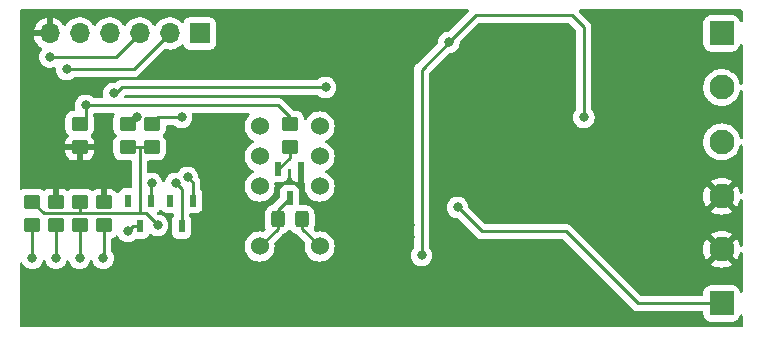
<source format=gbr>
%TF.GenerationSoftware,KiCad,Pcbnew,(6.0.0)*%
%TF.CreationDate,2022-01-02T18:39:14+01:00*%
%TF.ProjectId,esp-door-phone-monitor-v2,6573702d-646f-46f7-922d-70686f6e652d,rev?*%
%TF.SameCoordinates,Original*%
%TF.FileFunction,Copper,L2,Bot*%
%TF.FilePolarity,Positive*%
%FSLAX46Y46*%
G04 Gerber Fmt 4.6, Leading zero omitted, Abs format (unit mm)*
G04 Created by KiCad (PCBNEW (6.0.0)) date 2022-01-02 18:39:14*
%MOMM*%
%LPD*%
G01*
G04 APERTURE LIST*
G04 Aperture macros list*
%AMRoundRect*
0 Rectangle with rounded corners*
0 $1 Rounding radius*
0 $2 $3 $4 $5 $6 $7 $8 $9 X,Y pos of 4 corners*
0 Add a 4 corners polygon primitive as box body*
4,1,4,$2,$3,$4,$5,$6,$7,$8,$9,$2,$3,0*
0 Add four circle primitives for the rounded corners*
1,1,$1+$1,$2,$3*
1,1,$1+$1,$4,$5*
1,1,$1+$1,$6,$7*
1,1,$1+$1,$8,$9*
0 Add four rect primitives between the rounded corners*
20,1,$1+$1,$2,$3,$4,$5,0*
20,1,$1+$1,$4,$5,$6,$7,0*
20,1,$1+$1,$6,$7,$8,$9,0*
20,1,$1+$1,$8,$9,$2,$3,0*%
G04 Aperture macros list end*
%TA.AperFunction,ComponentPad*%
%ADD10RoundRect,0.250001X0.799999X-0.799999X0.799999X0.799999X-0.799999X0.799999X-0.799999X-0.799999X0*%
%TD*%
%TA.AperFunction,ComponentPad*%
%ADD11C,2.100000*%
%TD*%
%TA.AperFunction,ComponentPad*%
%ADD12C,1.524000*%
%TD*%
%TA.AperFunction,ComponentPad*%
%ADD13RoundRect,0.250001X-0.799999X0.799999X-0.799999X-0.799999X0.799999X-0.799999X0.799999X0.799999X0*%
%TD*%
%TA.AperFunction,ComponentPad*%
%ADD14R,1.700000X1.700000*%
%TD*%
%TA.AperFunction,ComponentPad*%
%ADD15O,1.700000X1.700000*%
%TD*%
%TA.AperFunction,SMDPad,CuDef*%
%ADD16RoundRect,0.250000X0.450000X-0.350000X0.450000X0.350000X-0.450000X0.350000X-0.450000X-0.350000X0*%
%TD*%
%TA.AperFunction,SMDPad,CuDef*%
%ADD17R,0.600000X1.200000*%
%TD*%
%TA.AperFunction,SMDPad,CuDef*%
%ADD18RoundRect,0.250000X-0.450000X0.350000X-0.450000X-0.350000X0.450000X-0.350000X0.450000X0.350000X0*%
%TD*%
%TA.AperFunction,SMDPad,CuDef*%
%ADD19R,0.600000X1.100000*%
%TD*%
%TA.AperFunction,SMDPad,CuDef*%
%ADD20RoundRect,0.250000X-0.325000X-0.450000X0.325000X-0.450000X0.325000X0.450000X-0.325000X0.450000X0*%
%TD*%
%TA.AperFunction,ViaPad*%
%ADD21C,0.800000*%
%TD*%
%TA.AperFunction,Conductor*%
%ADD22C,0.250000*%
%TD*%
G04 APERTURE END LIST*
D10*
%TO.P,J2,1,Pin_1*%
%TO.N,+12V*%
X175768000Y-110236000D03*
D11*
%TO.P,J2,2,Pin_2*%
%TO.N,GND*%
X175768000Y-105636000D03*
%TD*%
D12*
%TO.P,K1,1*%
%TO.N,VDD*%
X141732000Y-105410000D03*
%TO.P,K1,3*%
%TO.N,SPEAKER_GND_OUT*%
X141732000Y-100330000D03*
%TO.P,K1,4*%
%TO.N,SPEAKER_GND*%
X141732000Y-97790000D03*
%TO.P,K1,5*%
%TO.N,unconnected-(K1-Pad5)*%
X141732000Y-95250000D03*
%TO.P,K1,6*%
%TO.N,unconnected-(K1-Pad6)*%
X136652000Y-95250000D03*
%TO.P,K1,7*%
%TO.N,unconnected-(K1-Pad7)*%
X136652000Y-97790000D03*
%TO.P,K1,8*%
%TO.N,unconnected-(K1-Pad8)*%
X136652000Y-100330000D03*
%TO.P,K1,10*%
%TO.N,Net-(D4-Pad1)*%
X136652000Y-105410000D03*
%TD*%
D13*
%TO.P,J1,1,Pin_1*%
%TO.N,SPEAKER_INPUT*%
X175768000Y-87348000D03*
D11*
%TO.P,J1,2,Pin_2*%
%TO.N,SPEAKER_GND*%
X175768000Y-91948000D03*
%TO.P,J1,3,Pin_3*%
%TO.N,SPEAKER_GND_OUT*%
X175768000Y-96548000D03*
%TO.P,J1,4,Pin_4*%
%TO.N,GND*%
X175768000Y-101148000D03*
%TD*%
D14*
%TO.P,J3,1,Pin_1*%
%TO.N,VDD*%
X131572000Y-87376000D03*
D15*
%TO.P,J3,2,Pin_2*%
%TO.N,ESP_RXD*%
X129032000Y-87376000D03*
%TO.P,J3,3,Pin_3*%
%TO.N,ESP_TXD*%
X126492000Y-87376000D03*
%TO.P,J3,4,Pin_4*%
%TO.N,PGM_DTR*%
X123952000Y-87376000D03*
%TO.P,J3,5,Pin_5*%
%TO.N,PGM_RTS*%
X121412000Y-87376000D03*
%TO.P,J3,6,Pin_6*%
%TO.N,GND*%
X118872000Y-87376000D03*
%TD*%
D16*
%TO.P,R6,1*%
%TO.N,VDD*%
X125476000Y-97012000D03*
%TO.P,R6,2*%
%TO.N,ESP_GPIO0*%
X125476000Y-95012000D03*
%TD*%
D17*
%TO.P,Q3,1*%
%TO.N,Net-(Q3-Pad1)*%
X138242000Y-98826000D03*
%TO.P,Q3,2*%
%TO.N,GND*%
X140142000Y-98826000D03*
%TO.P,Q3,3*%
%TO.N,Net-(D4-Pad1)*%
X139192000Y-101326000D03*
%TD*%
D16*
%TO.P,R5,1*%
%TO.N,Net-(R5-Pad1)*%
X119380000Y-103616000D03*
%TO.P,R5,2*%
%TO.N,GND*%
X119380000Y-101616000D03*
%TD*%
D18*
%TO.P,R3,1*%
%TO.N,VDD*%
X117348000Y-101616000D03*
%TO.P,R3,2*%
%TO.N,ESP_~{RST}*%
X117348000Y-103616000D03*
%TD*%
D19*
%TO.P,Q1,1*%
%TO.N,Net-(Q1-Pad1)*%
X125542000Y-101516000D03*
%TO.P,Q1,2*%
%TO.N,PGM_RTS*%
X127442000Y-101516000D03*
%TO.P,Q1,3*%
%TO.N,ESP_~{RST}*%
X126492000Y-103716000D03*
%TD*%
%TO.P,Q2,1*%
%TO.N,Net-(Q2-Pad1)*%
X129098000Y-101516000D03*
%TO.P,Q2,2*%
%TO.N,PGM_DTR*%
X130998000Y-101516000D03*
%TO.P,Q2,3*%
%TO.N,ESP_GPIO0*%
X130048000Y-103716000D03*
%TD*%
D16*
%TO.P,R8,1*%
%TO.N,VDD*%
X127508000Y-97012000D03*
%TO.P,R8,2*%
%TO.N,Net-(R8-Pad2)*%
X127508000Y-95012000D03*
%TD*%
D20*
%TO.P,D4,1,K*%
%TO.N,Net-(D4-Pad1)*%
X138167000Y-103124000D03*
%TO.P,D4,2,A*%
%TO.N,VDD*%
X140217000Y-103124000D03*
%TD*%
D18*
%TO.P,R25,1*%
%TO.N,ESP_MUTE_CTRL*%
X121412000Y-95012000D03*
%TO.P,R25,2*%
%TO.N,GND*%
X121412000Y-97012000D03*
%TD*%
%TO.P,R24,1*%
%TO.N,ESP_MUTE_CTRL*%
X139192000Y-95012000D03*
%TO.P,R24,2*%
%TO.N,Net-(Q3-Pad1)*%
X139192000Y-97012000D03*
%TD*%
D16*
%TO.P,R7,1*%
%TO.N,Net-(R7-Pad1)*%
X123444000Y-103632000D03*
%TO.P,R7,2*%
%TO.N,GND*%
X123444000Y-101632000D03*
%TD*%
D18*
%TO.P,R4,1*%
%TO.N,VDD*%
X121412000Y-101616000D03*
%TO.P,R4,2*%
%TO.N,ESP_EN*%
X121412000Y-103616000D03*
%TD*%
D21*
%TO.N,VDD*%
X128016000Y-103632000D03*
X150368000Y-106172000D03*
X164100000Y-94488000D03*
X152670000Y-88138000D03*
%TO.N,GND*%
X123952000Y-110236000D03*
X131064000Y-95504000D03*
X149352000Y-104648000D03*
X132588000Y-89916000D03*
X160020000Y-108204000D03*
X169672000Y-105664000D03*
X139700000Y-88392000D03*
X149352000Y-103632000D03*
X123444000Y-96012000D03*
X171196000Y-97536000D03*
X165100000Y-98044000D03*
X149352000Y-108712000D03*
X117856000Y-96012000D03*
X172212000Y-87376000D03*
X149352000Y-107696000D03*
X154432000Y-107696000D03*
%TO.N,+12V*%
X153416000Y-102108000D03*
%TO.N,ESP_EN*%
X121404000Y-106406000D03*
%TO.N,Net-(R5-Pad1)*%
X119404000Y-106406000D03*
%TO.N,ESP_GPIO0*%
X126246003Y-94412375D03*
X129540000Y-100076000D03*
%TO.N,Net-(R7-Pad1)*%
X123404000Y-106406000D03*
%TO.N,Net-(R8-Pad2)*%
X130048000Y-94488000D03*
%TO.N,ESP_RINGING_SENSE*%
X124304498Y-92456000D03*
X142240000Y-91948000D03*
%TO.N,ESP_MUTE_CTRL*%
X121920000Y-93472000D03*
%TO.N,ESP_RXD*%
X120304498Y-90424000D03*
%TO.N,ESP_TXD*%
X118869052Y-89357518D03*
%TO.N,PGM_RTS*%
X127508000Y-100076000D03*
%TO.N,ESP_~{RST}*%
X125476000Y-104140000D03*
X117404000Y-106406000D03*
%TO.N,PGM_DTR*%
X130556000Y-99568000D03*
%TD*%
D22*
%TO.N,VDD*%
X141732000Y-105410000D02*
X140217000Y-103895000D01*
X154956000Y-85852000D02*
X152670000Y-88138000D01*
X125476000Y-97012000D02*
X126508000Y-97012000D01*
X126508000Y-97012000D02*
X126492000Y-97028000D01*
X140217000Y-103895000D02*
X140217000Y-103124000D01*
X126492000Y-102616000D02*
X127000000Y-102616000D01*
X126492000Y-97028000D02*
X126492000Y-102616000D01*
X164100000Y-86868000D02*
X163084000Y-85852000D01*
X118364000Y-102616000D02*
X121412000Y-102616000D01*
X126508000Y-97012000D02*
X127508000Y-97012000D01*
X121412000Y-102616000D02*
X121412000Y-101616000D01*
X127000000Y-102616000D02*
X128016000Y-103632000D01*
X121412000Y-102616000D02*
X126492000Y-102616000D01*
X150368000Y-106172000D02*
X150368000Y-90440000D01*
X117364000Y-101616000D02*
X118364000Y-102616000D01*
X164100000Y-94488000D02*
X164100000Y-86868000D01*
X163084000Y-85852000D02*
X154956000Y-85852000D01*
X150368000Y-90440000D02*
X152670000Y-88138000D01*
X117348000Y-101616000D02*
X117364000Y-101616000D01*
%TO.N,+12V*%
X162560000Y-104140000D02*
X168656000Y-110236000D01*
X155448000Y-104140000D02*
X162560000Y-104140000D01*
X153416000Y-102108000D02*
X155448000Y-104140000D01*
X168656000Y-110236000D02*
X175768000Y-110236000D01*
%TO.N,ESP_EN*%
X121412000Y-106398000D02*
X121404000Y-106406000D01*
X121412000Y-103616000D02*
X121412000Y-106398000D01*
%TO.N,Net-(R5-Pad1)*%
X119380000Y-103616000D02*
X119380000Y-106382000D01*
X119380000Y-106382000D02*
X119404000Y-106406000D01*
%TO.N,ESP_GPIO0*%
X130048000Y-100584000D02*
X129540000Y-100076000D01*
X126075625Y-94412375D02*
X125476000Y-95012000D01*
X126246003Y-94412375D02*
X126075625Y-94412375D01*
X130048000Y-103716000D02*
X130048000Y-100584000D01*
%TO.N,Net-(R7-Pad1)*%
X123444000Y-106366000D02*
X123404000Y-106406000D01*
X123444000Y-103632000D02*
X123444000Y-106366000D01*
%TO.N,Net-(R8-Pad2)*%
X128032000Y-94488000D02*
X127508000Y-95012000D01*
X130048000Y-94488000D02*
X128032000Y-94488000D01*
%TO.N,ESP_RINGING_SENSE*%
X124968000Y-91948000D02*
X124460000Y-92456000D01*
X142240000Y-91948000D02*
X124968000Y-91948000D01*
X124460000Y-92456000D02*
X124304498Y-92456000D01*
%TO.N,ESP_MUTE_CTRL*%
X139192000Y-94488000D02*
X138176000Y-93472000D01*
X121920000Y-94504000D02*
X121412000Y-95012000D01*
X138176000Y-93472000D02*
X121920000Y-93472000D01*
X139192000Y-95012000D02*
X139192000Y-94488000D01*
X121920000Y-93472000D02*
X121920000Y-94504000D01*
%TO.N,ESP_RXD*%
X125984000Y-90424000D02*
X120304498Y-90424000D01*
X129032000Y-87376000D02*
X125984000Y-90424000D01*
%TO.N,ESP_TXD*%
X124460000Y-89408000D02*
X118872000Y-89408000D01*
X126492000Y-87376000D02*
X124460000Y-89408000D01*
X118872000Y-89360466D02*
X118869052Y-89357518D01*
X118872000Y-89408000D02*
X118872000Y-89360466D01*
%TO.N,PGM_RTS*%
X127442000Y-100142000D02*
X127508000Y-100076000D01*
X127442000Y-101516000D02*
X127442000Y-100142000D01*
%TO.N,ESP_~{RST}*%
X117348000Y-106350000D02*
X117404000Y-106406000D01*
X125900000Y-103716000D02*
X125476000Y-104140000D01*
X126492000Y-103716000D02*
X125900000Y-103716000D01*
X117348000Y-103616000D02*
X117348000Y-106350000D01*
%TO.N,PGM_DTR*%
X130998000Y-101516000D02*
X130998000Y-100010000D01*
X130998000Y-100010000D02*
X130556000Y-99568000D01*
%TO.N,Net-(D4-Pad1)*%
X138167000Y-103124000D02*
X138167000Y-102351000D01*
X138167000Y-103895000D02*
X138167000Y-103124000D01*
X138167000Y-102351000D02*
X139192000Y-101326000D01*
X136652000Y-105410000D02*
X138167000Y-103895000D01*
%TO.N,Net-(Q3-Pad1)*%
X138242000Y-98826000D02*
X139192000Y-97876000D01*
X139192000Y-97876000D02*
X139192000Y-97012000D01*
%TD*%
%TA.AperFunction,Conductor*%
%TO.N,GND*%
G36*
X154332026Y-85364002D02*
G01*
X154378519Y-85417658D01*
X154388623Y-85487932D01*
X154359129Y-85552512D01*
X154353000Y-85559095D01*
X152719500Y-87192595D01*
X152657188Y-87226621D01*
X152630405Y-87229500D01*
X152574513Y-87229500D01*
X152568061Y-87230872D01*
X152568056Y-87230872D01*
X152481113Y-87249353D01*
X152387712Y-87269206D01*
X152381682Y-87271891D01*
X152381681Y-87271891D01*
X152219278Y-87344197D01*
X152219276Y-87344198D01*
X152213248Y-87346882D01*
X152058747Y-87459134D01*
X152054326Y-87464044D01*
X152054325Y-87464045D01*
X152018350Y-87504000D01*
X151930960Y-87601056D01*
X151835473Y-87766444D01*
X151776458Y-87948072D01*
X151775768Y-87954633D01*
X151775768Y-87954635D01*
X151759093Y-88113293D01*
X151732080Y-88178950D01*
X151722878Y-88189218D01*
X150828690Y-89083405D01*
X149975747Y-89936348D01*
X149967461Y-89943888D01*
X149960982Y-89948000D01*
X149955557Y-89953777D01*
X149914357Y-89997651D01*
X149911602Y-90000493D01*
X149891865Y-90020230D01*
X149889385Y-90023427D01*
X149881682Y-90032447D01*
X149851414Y-90064679D01*
X149847595Y-90071625D01*
X149847593Y-90071628D01*
X149841652Y-90082434D01*
X149830801Y-90098953D01*
X149818386Y-90114959D01*
X149815241Y-90122228D01*
X149815238Y-90122232D01*
X149800826Y-90155537D01*
X149795609Y-90166187D01*
X149774305Y-90204940D01*
X149772334Y-90212615D01*
X149772334Y-90212616D01*
X149769267Y-90224562D01*
X149762863Y-90243266D01*
X149754819Y-90261855D01*
X149753580Y-90269678D01*
X149753577Y-90269688D01*
X149747901Y-90305524D01*
X149745495Y-90317144D01*
X149736472Y-90352289D01*
X149734500Y-90359970D01*
X149734500Y-90380224D01*
X149732949Y-90399934D01*
X149729780Y-90419943D01*
X149733680Y-90461195D01*
X149733941Y-90463961D01*
X149734500Y-90475819D01*
X149734500Y-105469476D01*
X149714498Y-105537597D01*
X149702142Y-105553779D01*
X149628960Y-105635056D01*
X149533473Y-105800444D01*
X149474458Y-105982072D01*
X149473768Y-105988633D01*
X149473768Y-105988635D01*
X149468293Y-106040726D01*
X149454496Y-106172000D01*
X149455186Y-106178565D01*
X149462594Y-106249044D01*
X149474458Y-106361928D01*
X149533473Y-106543556D01*
X149536776Y-106549278D01*
X149536777Y-106549279D01*
X149553640Y-106578486D01*
X149628960Y-106708944D01*
X149633378Y-106713851D01*
X149633379Y-106713852D01*
X149656963Y-106740045D01*
X149756747Y-106850866D01*
X149911248Y-106963118D01*
X149917276Y-106965802D01*
X149917278Y-106965803D01*
X150062310Y-107030375D01*
X150085712Y-107040794D01*
X150179113Y-107060647D01*
X150266056Y-107079128D01*
X150266061Y-107079128D01*
X150272513Y-107080500D01*
X150463487Y-107080500D01*
X150469939Y-107079128D01*
X150469944Y-107079128D01*
X150556888Y-107060647D01*
X150650288Y-107040794D01*
X150673690Y-107030375D01*
X150818722Y-106965803D01*
X150818724Y-106965802D01*
X150824752Y-106963118D01*
X150979253Y-106850866D01*
X151079037Y-106740045D01*
X151102621Y-106713852D01*
X151102622Y-106713851D01*
X151107040Y-106708944D01*
X151182360Y-106578486D01*
X151199223Y-106549279D01*
X151199224Y-106549278D01*
X151202527Y-106543556D01*
X151261542Y-106361928D01*
X151273407Y-106249044D01*
X151280814Y-106178565D01*
X151281504Y-106172000D01*
X151267707Y-106040726D01*
X151262232Y-105988635D01*
X151262232Y-105988633D01*
X151261542Y-105982072D01*
X151202527Y-105800444D01*
X151107040Y-105635056D01*
X151033863Y-105553785D01*
X151003147Y-105489779D01*
X151001500Y-105469476D01*
X151001500Y-101152930D01*
X174205570Y-101152930D01*
X174224035Y-101387545D01*
X174225578Y-101397292D01*
X174280517Y-101626125D01*
X174283566Y-101635510D01*
X174373625Y-101852933D01*
X174378107Y-101861728D01*
X174489072Y-102042805D01*
X174499530Y-102052267D01*
X174508306Y-102048484D01*
X175395978Y-101160812D01*
X175403592Y-101146868D01*
X175403461Y-101145035D01*
X175399210Y-101138420D01*
X174511350Y-100250560D01*
X174498970Y-100243800D01*
X174491320Y-100249527D01*
X174378107Y-100434272D01*
X174373625Y-100443067D01*
X174283566Y-100660490D01*
X174280517Y-100669875D01*
X174225578Y-100898708D01*
X174224035Y-100908455D01*
X174205570Y-101143070D01*
X174205570Y-101152930D01*
X151001500Y-101152930D01*
X151001500Y-99879530D01*
X174863733Y-99879530D01*
X174867516Y-99888306D01*
X175755188Y-100775978D01*
X175769132Y-100783592D01*
X175770965Y-100783461D01*
X175777580Y-100779210D01*
X176665440Y-99891350D01*
X176672200Y-99878970D01*
X176666473Y-99871320D01*
X176481728Y-99758107D01*
X176472933Y-99753625D01*
X176255510Y-99663566D01*
X176246125Y-99660517D01*
X176017292Y-99605578D01*
X176007545Y-99604035D01*
X175772930Y-99585570D01*
X175763070Y-99585570D01*
X175528455Y-99604035D01*
X175518708Y-99605578D01*
X175289875Y-99660517D01*
X175280490Y-99663566D01*
X175063067Y-99753625D01*
X175054272Y-99758107D01*
X174873195Y-99869072D01*
X174863733Y-99879530D01*
X151001500Y-99879530D01*
X151001500Y-90754594D01*
X151021502Y-90686473D01*
X151038405Y-90665499D01*
X152620499Y-89083405D01*
X152682811Y-89049379D01*
X152709594Y-89046500D01*
X152765487Y-89046500D01*
X152771939Y-89045128D01*
X152771944Y-89045128D01*
X152858888Y-89026647D01*
X152952288Y-89006794D01*
X152958319Y-89004109D01*
X153120722Y-88931803D01*
X153120724Y-88931802D01*
X153126752Y-88929118D01*
X153281253Y-88816866D01*
X153285675Y-88811955D01*
X153404621Y-88679852D01*
X153404622Y-88679851D01*
X153409040Y-88674944D01*
X153504527Y-88509556D01*
X153563542Y-88327928D01*
X153565353Y-88310703D01*
X153580907Y-88162707D01*
X153607920Y-88097050D01*
X153617122Y-88086782D01*
X155181499Y-86522405D01*
X155243811Y-86488379D01*
X155270594Y-86485500D01*
X162769405Y-86485500D01*
X162837526Y-86505502D01*
X162858501Y-86522405D01*
X163429596Y-87093501D01*
X163463621Y-87155813D01*
X163466500Y-87182596D01*
X163466500Y-93785476D01*
X163446498Y-93853597D01*
X163434142Y-93869779D01*
X163360960Y-93951056D01*
X163303755Y-94050137D01*
X163271792Y-94105500D01*
X163265473Y-94116444D01*
X163206458Y-94298072D01*
X163205768Y-94304633D01*
X163205768Y-94304635D01*
X163192569Y-94430219D01*
X163186496Y-94488000D01*
X163187186Y-94494565D01*
X163199151Y-94608402D01*
X163206458Y-94677928D01*
X163265473Y-94859556D01*
X163360960Y-95024944D01*
X163365378Y-95029851D01*
X163365379Y-95029852D01*
X163480350Y-95157540D01*
X163488747Y-95166866D01*
X163643248Y-95279118D01*
X163649276Y-95281802D01*
X163649278Y-95281803D01*
X163811681Y-95354109D01*
X163817712Y-95356794D01*
X163911113Y-95376647D01*
X163998056Y-95395128D01*
X163998061Y-95395128D01*
X164004513Y-95396500D01*
X164195487Y-95396500D01*
X164201939Y-95395128D01*
X164201944Y-95395128D01*
X164288887Y-95376647D01*
X164382288Y-95356794D01*
X164388319Y-95354109D01*
X164550722Y-95281803D01*
X164550724Y-95281802D01*
X164556752Y-95279118D01*
X164711253Y-95166866D01*
X164719650Y-95157540D01*
X164834621Y-95029852D01*
X164834622Y-95029851D01*
X164839040Y-95024944D01*
X164934527Y-94859556D01*
X164993542Y-94677928D01*
X165000850Y-94608402D01*
X165012814Y-94494565D01*
X165013504Y-94488000D01*
X165007431Y-94430219D01*
X164994232Y-94304635D01*
X164994232Y-94304633D01*
X164993542Y-94298072D01*
X164934527Y-94116444D01*
X164928209Y-94105500D01*
X164896245Y-94050137D01*
X164839040Y-93951056D01*
X164765863Y-93869785D01*
X164735147Y-93805779D01*
X164733500Y-93785476D01*
X164733500Y-86946767D01*
X164734027Y-86935584D01*
X164735702Y-86928091D01*
X164733562Y-86860000D01*
X164733500Y-86856043D01*
X164733500Y-86828144D01*
X164732996Y-86824153D01*
X164732063Y-86812311D01*
X164730923Y-86776036D01*
X164730674Y-86768111D01*
X164728462Y-86760497D01*
X164728461Y-86760492D01*
X164725023Y-86748659D01*
X164721012Y-86729295D01*
X164720949Y-86728792D01*
X164718474Y-86709203D01*
X164715557Y-86701836D01*
X164715556Y-86701831D01*
X164702198Y-86668092D01*
X164698354Y-86656865D01*
X164688230Y-86622022D01*
X164686018Y-86614407D01*
X164675707Y-86596972D01*
X164667012Y-86579224D01*
X164659552Y-86560383D01*
X164647851Y-86544277D01*
X164633564Y-86524613D01*
X164627048Y-86514693D01*
X164608580Y-86483465D01*
X164608578Y-86483462D01*
X164604542Y-86476638D01*
X164590221Y-86462317D01*
X164577380Y-86447283D01*
X164570131Y-86437306D01*
X164565472Y-86430893D01*
X164559368Y-86425843D01*
X164559363Y-86425838D01*
X164531402Y-86402707D01*
X164522621Y-86394717D01*
X163687000Y-85559095D01*
X163652975Y-85496783D01*
X163658040Y-85425967D01*
X163700587Y-85369132D01*
X163767107Y-85344321D01*
X163776096Y-85344000D01*
X177420000Y-85344000D01*
X177488121Y-85364002D01*
X177534614Y-85417658D01*
X177546000Y-85470000D01*
X177546000Y-86306849D01*
X177525998Y-86374970D01*
X177472342Y-86421463D01*
X177402068Y-86431567D01*
X177337488Y-86402073D01*
X177300476Y-86346725D01*
X177261868Y-86231003D01*
X177259550Y-86224055D01*
X177166478Y-86073652D01*
X177041303Y-85948695D01*
X177035072Y-85944854D01*
X176896968Y-85859725D01*
X176896966Y-85859724D01*
X176890738Y-85855885D01*
X176730254Y-85802655D01*
X176729389Y-85802368D01*
X176729387Y-85802368D01*
X176722861Y-85800203D01*
X176716025Y-85799503D01*
X176716022Y-85799502D01*
X176672969Y-85795091D01*
X176618400Y-85789500D01*
X174917600Y-85789500D01*
X174914354Y-85789837D01*
X174914350Y-85789837D01*
X174818693Y-85799762D01*
X174818689Y-85799763D01*
X174811835Y-85800474D01*
X174805299Y-85802655D01*
X174805297Y-85802655D01*
X174673195Y-85846728D01*
X174644055Y-85856450D01*
X174493652Y-85949522D01*
X174368695Y-86074697D01*
X174364855Y-86080927D01*
X174364854Y-86080928D01*
X174332980Y-86132638D01*
X174275885Y-86225262D01*
X174273581Y-86232209D01*
X174230947Y-86360748D01*
X174220203Y-86393139D01*
X174219503Y-86399975D01*
X174219502Y-86399978D01*
X174218651Y-86408285D01*
X174209500Y-86497600D01*
X174209500Y-88198400D01*
X174209837Y-88201646D01*
X174209837Y-88201650D01*
X174219098Y-88290901D01*
X174220474Y-88304165D01*
X174222655Y-88310701D01*
X174222655Y-88310703D01*
X174236847Y-88353240D01*
X174276450Y-88471945D01*
X174369522Y-88622348D01*
X174494697Y-88747305D01*
X174500927Y-88751145D01*
X174500928Y-88751146D01*
X174638090Y-88835694D01*
X174645262Y-88840115D01*
X174725005Y-88866564D01*
X174806611Y-88893632D01*
X174806613Y-88893632D01*
X174813139Y-88895797D01*
X174819975Y-88896497D01*
X174819978Y-88896498D01*
X174863031Y-88900909D01*
X174917600Y-88906500D01*
X176618400Y-88906500D01*
X176621646Y-88906163D01*
X176621650Y-88906163D01*
X176717307Y-88896238D01*
X176717311Y-88896237D01*
X176724165Y-88895526D01*
X176730701Y-88893345D01*
X176730703Y-88893345D01*
X176862805Y-88849272D01*
X176891945Y-88839550D01*
X177042348Y-88746478D01*
X177054674Y-88734131D01*
X177162134Y-88626483D01*
X177167305Y-88621303D01*
X177184049Y-88594140D01*
X177256275Y-88476968D01*
X177256276Y-88476966D01*
X177260115Y-88470738D01*
X177300407Y-88349261D01*
X177340838Y-88290901D01*
X177406402Y-88263664D01*
X177476283Y-88276197D01*
X177528295Y-88324522D01*
X177546000Y-88388928D01*
X177546000Y-91613253D01*
X177525998Y-91681374D01*
X177472342Y-91727867D01*
X177402068Y-91737971D01*
X177337488Y-91708477D01*
X177297481Y-91642667D01*
X177274883Y-91548538D01*
X177254805Y-91464908D01*
X177235344Y-91417924D01*
X177199391Y-91331128D01*
X177160927Y-91238268D01*
X177052879Y-91061949D01*
X177035342Y-91033330D01*
X177035340Y-91033327D01*
X177032752Y-91029104D01*
X177028402Y-91024010D01*
X176876641Y-90846323D01*
X176873433Y-90842567D01*
X176869677Y-90839359D01*
X176690663Y-90686465D01*
X176690660Y-90686463D01*
X176686896Y-90683248D01*
X176682673Y-90680660D01*
X176682670Y-90680658D01*
X176563065Y-90607365D01*
X176477732Y-90555073D01*
X176333033Y-90495136D01*
X176255665Y-90463089D01*
X176255663Y-90463088D01*
X176251092Y-90461195D01*
X176168437Y-90441351D01*
X176017370Y-90405083D01*
X176017364Y-90405082D01*
X176012557Y-90403928D01*
X175768000Y-90384681D01*
X175523443Y-90403928D01*
X175518636Y-90405082D01*
X175518630Y-90405083D01*
X175367563Y-90441351D01*
X175284908Y-90461195D01*
X175280337Y-90463088D01*
X175280335Y-90463089D01*
X175202967Y-90495136D01*
X175058268Y-90555073D01*
X174972935Y-90607365D01*
X174853330Y-90680658D01*
X174853327Y-90680660D01*
X174849104Y-90683248D01*
X174845340Y-90686463D01*
X174845337Y-90686465D01*
X174666323Y-90839359D01*
X174662567Y-90842567D01*
X174659359Y-90846323D01*
X174507599Y-91024010D01*
X174503248Y-91029104D01*
X174500660Y-91033327D01*
X174500658Y-91033330D01*
X174483121Y-91061949D01*
X174375073Y-91238268D01*
X174336609Y-91331128D01*
X174300657Y-91417924D01*
X174281195Y-91464908D01*
X174262379Y-91543281D01*
X174233186Y-91664882D01*
X174223928Y-91703443D01*
X174204681Y-91948000D01*
X174223928Y-92192557D01*
X174225082Y-92197364D01*
X174225083Y-92197370D01*
X174252909Y-92313271D01*
X174281195Y-92431092D01*
X174283088Y-92435663D01*
X174283089Y-92435665D01*
X174301133Y-92479226D01*
X174375073Y-92657732D01*
X174428262Y-92744529D01*
X174500228Y-92861967D01*
X174503248Y-92866896D01*
X174506463Y-92870660D01*
X174506465Y-92870663D01*
X174613399Y-92995865D01*
X174662567Y-93053433D01*
X174666323Y-93056641D01*
X174710909Y-93094721D01*
X174849104Y-93212752D01*
X174853327Y-93215340D01*
X174853330Y-93215342D01*
X174922515Y-93257738D01*
X175058268Y-93340927D01*
X175202967Y-93400864D01*
X175280335Y-93432911D01*
X175280337Y-93432912D01*
X175284908Y-93434805D01*
X175367563Y-93454649D01*
X175518630Y-93490917D01*
X175518636Y-93490918D01*
X175523443Y-93492072D01*
X175768000Y-93511319D01*
X176012557Y-93492072D01*
X176017364Y-93490918D01*
X176017370Y-93490917D01*
X176168437Y-93454649D01*
X176251092Y-93434805D01*
X176255663Y-93432912D01*
X176255665Y-93432911D01*
X176333033Y-93400864D01*
X176477732Y-93340927D01*
X176613485Y-93257738D01*
X176682670Y-93215342D01*
X176682673Y-93215340D01*
X176686896Y-93212752D01*
X176825092Y-93094721D01*
X176869677Y-93056641D01*
X176873433Y-93053433D01*
X176922601Y-92995865D01*
X177029535Y-92870663D01*
X177029537Y-92870660D01*
X177032752Y-92866896D01*
X177035773Y-92861967D01*
X177107738Y-92744529D01*
X177160927Y-92657732D01*
X177234867Y-92479226D01*
X177252911Y-92435665D01*
X177252912Y-92435663D01*
X177254805Y-92431092D01*
X177297481Y-92253333D01*
X177332833Y-92191764D01*
X177395860Y-92159081D01*
X177466551Y-92165661D01*
X177522462Y-92209416D01*
X177546000Y-92282747D01*
X177546000Y-96213253D01*
X177525998Y-96281374D01*
X177472342Y-96327867D01*
X177402068Y-96337971D01*
X177337488Y-96308477D01*
X177297481Y-96242667D01*
X177255960Y-96069720D01*
X177254805Y-96064908D01*
X177250335Y-96054115D01*
X177196182Y-95923380D01*
X177160927Y-95838268D01*
X177047187Y-95652660D01*
X177035342Y-95633330D01*
X177035340Y-95633327D01*
X177032752Y-95629104D01*
X176902651Y-95476776D01*
X176876641Y-95446323D01*
X176873433Y-95442567D01*
X176686896Y-95283248D01*
X176682673Y-95280660D01*
X176682670Y-95280658D01*
X176613485Y-95238262D01*
X176477732Y-95155073D01*
X176333033Y-95095136D01*
X176255665Y-95063089D01*
X176255663Y-95063088D01*
X176251092Y-95061195D01*
X176120539Y-95029852D01*
X176017370Y-95005083D01*
X176017364Y-95005082D01*
X176012557Y-95003928D01*
X175768000Y-94984681D01*
X175523443Y-95003928D01*
X175518636Y-95005082D01*
X175518630Y-95005083D01*
X175415461Y-95029852D01*
X175284908Y-95061195D01*
X175280337Y-95063088D01*
X175280335Y-95063089D01*
X175202967Y-95095136D01*
X175058268Y-95155073D01*
X174922515Y-95238262D01*
X174853330Y-95280658D01*
X174853327Y-95280660D01*
X174849104Y-95283248D01*
X174662567Y-95442567D01*
X174659359Y-95446323D01*
X174633350Y-95476776D01*
X174503248Y-95629104D01*
X174500660Y-95633327D01*
X174500658Y-95633330D01*
X174488813Y-95652660D01*
X174375073Y-95838268D01*
X174339818Y-95923380D01*
X174285666Y-96054115D01*
X174281195Y-96064908D01*
X174280040Y-96069720D01*
X174245581Y-96213253D01*
X174223928Y-96303443D01*
X174204681Y-96548000D01*
X174223928Y-96792557D01*
X174225082Y-96797364D01*
X174225083Y-96797370D01*
X174261351Y-96948437D01*
X174281195Y-97031092D01*
X174283088Y-97035663D01*
X174283089Y-97035665D01*
X174312880Y-97107586D01*
X174375073Y-97257732D01*
X174430893Y-97348822D01*
X174471823Y-97415614D01*
X174503248Y-97466896D01*
X174506463Y-97470660D01*
X174506465Y-97470663D01*
X174590058Y-97568537D01*
X174662567Y-97653433D01*
X174666323Y-97656641D01*
X174816055Y-97784525D01*
X174849104Y-97812752D01*
X174853327Y-97815340D01*
X174853330Y-97815342D01*
X174875736Y-97829072D01*
X175058268Y-97940927D01*
X175202967Y-98000864D01*
X175280335Y-98032911D01*
X175280337Y-98032912D01*
X175284908Y-98034805D01*
X175362987Y-98053550D01*
X175518630Y-98090917D01*
X175518636Y-98090918D01*
X175523443Y-98092072D01*
X175768000Y-98111319D01*
X176012557Y-98092072D01*
X176017364Y-98090918D01*
X176017370Y-98090917D01*
X176173013Y-98053550D01*
X176251092Y-98034805D01*
X176255663Y-98032912D01*
X176255665Y-98032911D01*
X176333033Y-98000864D01*
X176477732Y-97940927D01*
X176660264Y-97829072D01*
X176682670Y-97815342D01*
X176682673Y-97815340D01*
X176686896Y-97812752D01*
X176719946Y-97784525D01*
X176869677Y-97656641D01*
X176873433Y-97653433D01*
X176945942Y-97568537D01*
X177029535Y-97470663D01*
X177029537Y-97470660D01*
X177032752Y-97466896D01*
X177064178Y-97415614D01*
X177105107Y-97348822D01*
X177160927Y-97257732D01*
X177223120Y-97107586D01*
X177252911Y-97035665D01*
X177252912Y-97035663D01*
X177254805Y-97031092D01*
X177297481Y-96853333D01*
X177332833Y-96791764D01*
X177395860Y-96759081D01*
X177466551Y-96765661D01*
X177522462Y-96809416D01*
X177546000Y-96882747D01*
X177546000Y-100815393D01*
X177525998Y-100883514D01*
X177472342Y-100930007D01*
X177402068Y-100940111D01*
X177337488Y-100910617D01*
X177297481Y-100844807D01*
X177255483Y-100669875D01*
X177252434Y-100660490D01*
X177162375Y-100443067D01*
X177157893Y-100434272D01*
X177046928Y-100253195D01*
X177036470Y-100243733D01*
X177027694Y-100247516D01*
X176140022Y-101135188D01*
X176132408Y-101149132D01*
X176132539Y-101150965D01*
X176136790Y-101157580D01*
X177024650Y-102045440D01*
X177037030Y-102052200D01*
X177044680Y-102046473D01*
X177157893Y-101861728D01*
X177162375Y-101852933D01*
X177252434Y-101635510D01*
X177255483Y-101626125D01*
X177297481Y-101451193D01*
X177332833Y-101389624D01*
X177395860Y-101356941D01*
X177466551Y-101363522D01*
X177522462Y-101407276D01*
X177546000Y-101480607D01*
X177546000Y-105303393D01*
X177525998Y-105371514D01*
X177472342Y-105418007D01*
X177402068Y-105428111D01*
X177337488Y-105398617D01*
X177297481Y-105332807D01*
X177255483Y-105157875D01*
X177252434Y-105148490D01*
X177162375Y-104931067D01*
X177157893Y-104922272D01*
X177046928Y-104741195D01*
X177036470Y-104731733D01*
X177027694Y-104735516D01*
X176140022Y-105623188D01*
X176132408Y-105637132D01*
X176132539Y-105638965D01*
X176136790Y-105645580D01*
X177024650Y-106533440D01*
X177037030Y-106540200D01*
X177044680Y-106534473D01*
X177157893Y-106349728D01*
X177162375Y-106340933D01*
X177252434Y-106123510D01*
X177255483Y-106114125D01*
X177297481Y-105939193D01*
X177332833Y-105877624D01*
X177395860Y-105844941D01*
X177466551Y-105851522D01*
X177522462Y-105895276D01*
X177546000Y-105968607D01*
X177546000Y-109194849D01*
X177525998Y-109262970D01*
X177472342Y-109309463D01*
X177402068Y-109319567D01*
X177337488Y-109290073D01*
X177300476Y-109234725D01*
X177261868Y-109119003D01*
X177259550Y-109112055D01*
X177166478Y-108961652D01*
X177041303Y-108836695D01*
X177035072Y-108832854D01*
X176896968Y-108747725D01*
X176896966Y-108747724D01*
X176890738Y-108743885D01*
X176730254Y-108690655D01*
X176729389Y-108690368D01*
X176729387Y-108690368D01*
X176722861Y-108688203D01*
X176716025Y-108687503D01*
X176716022Y-108687502D01*
X176672969Y-108683091D01*
X176618400Y-108677500D01*
X174917600Y-108677500D01*
X174914354Y-108677837D01*
X174914350Y-108677837D01*
X174818693Y-108687762D01*
X174818689Y-108687763D01*
X174811835Y-108688474D01*
X174805299Y-108690655D01*
X174805297Y-108690655D01*
X174673195Y-108734728D01*
X174644055Y-108744450D01*
X174493652Y-108837522D01*
X174368695Y-108962697D01*
X174275885Y-109113262D01*
X174220203Y-109281139D01*
X174219503Y-109287975D01*
X174219502Y-109287978D01*
X174217301Y-109309463D01*
X174209500Y-109385600D01*
X174209500Y-109476500D01*
X174189498Y-109544621D01*
X174135842Y-109591114D01*
X174083500Y-109602500D01*
X168970594Y-109602500D01*
X168902473Y-109582498D01*
X168881499Y-109565595D01*
X166220935Y-106905030D01*
X174863800Y-106905030D01*
X174869527Y-106912680D01*
X175054272Y-107025893D01*
X175063067Y-107030375D01*
X175280490Y-107120434D01*
X175289875Y-107123483D01*
X175518708Y-107178422D01*
X175528455Y-107179965D01*
X175763070Y-107198430D01*
X175772930Y-107198430D01*
X176007545Y-107179965D01*
X176017292Y-107178422D01*
X176246125Y-107123483D01*
X176255510Y-107120434D01*
X176472933Y-107030375D01*
X176481728Y-107025893D01*
X176662805Y-106914928D01*
X176672267Y-106904470D01*
X176668484Y-106895694D01*
X175780812Y-106008022D01*
X175766868Y-106000408D01*
X175765035Y-106000539D01*
X175758420Y-106004790D01*
X174870560Y-106892650D01*
X174863800Y-106905030D01*
X166220935Y-106905030D01*
X165982362Y-106666457D01*
X164956835Y-105640930D01*
X174205570Y-105640930D01*
X174224035Y-105875545D01*
X174225578Y-105885292D01*
X174280517Y-106114125D01*
X174283566Y-106123510D01*
X174373625Y-106340933D01*
X174378107Y-106349728D01*
X174489072Y-106530805D01*
X174499530Y-106540267D01*
X174508306Y-106536484D01*
X175395978Y-105648812D01*
X175403592Y-105634868D01*
X175403461Y-105633035D01*
X175399210Y-105626420D01*
X174511350Y-104738560D01*
X174498970Y-104731800D01*
X174491320Y-104737527D01*
X174378107Y-104922272D01*
X174373625Y-104931067D01*
X174283566Y-105148490D01*
X174280517Y-105157875D01*
X174225578Y-105386708D01*
X174224035Y-105396455D01*
X174205570Y-105631070D01*
X174205570Y-105640930D01*
X164956835Y-105640930D01*
X163683435Y-104367530D01*
X174863733Y-104367530D01*
X174867516Y-104376306D01*
X175755188Y-105263978D01*
X175769132Y-105271592D01*
X175770965Y-105271461D01*
X175777580Y-105267210D01*
X176665440Y-104379350D01*
X176672200Y-104366970D01*
X176666473Y-104359320D01*
X176481728Y-104246107D01*
X176472933Y-104241625D01*
X176255510Y-104151566D01*
X176246125Y-104148517D01*
X176017292Y-104093578D01*
X176007545Y-104092035D01*
X175772930Y-104073570D01*
X175763070Y-104073570D01*
X175528455Y-104092035D01*
X175518708Y-104093578D01*
X175289875Y-104148517D01*
X175280490Y-104151566D01*
X175063067Y-104241625D01*
X175054272Y-104246107D01*
X174873195Y-104357072D01*
X174863733Y-104367530D01*
X163683435Y-104367530D01*
X163063652Y-103747747D01*
X163056112Y-103739461D01*
X163052000Y-103732982D01*
X163002348Y-103686356D01*
X162999507Y-103683602D01*
X162979770Y-103663865D01*
X162976573Y-103661385D01*
X162967551Y-103653680D01*
X162941100Y-103628841D01*
X162935321Y-103623414D01*
X162928375Y-103619595D01*
X162928372Y-103619593D01*
X162917566Y-103613652D01*
X162901047Y-103602801D01*
X162900583Y-103602441D01*
X162885041Y-103590386D01*
X162877772Y-103587241D01*
X162877768Y-103587238D01*
X162844463Y-103572826D01*
X162833813Y-103567609D01*
X162795060Y-103546305D01*
X162775437Y-103541267D01*
X162756734Y-103534863D01*
X162745420Y-103529967D01*
X162745419Y-103529967D01*
X162738145Y-103526819D01*
X162730322Y-103525580D01*
X162730312Y-103525577D01*
X162694476Y-103519901D01*
X162682856Y-103517495D01*
X162647711Y-103508472D01*
X162647710Y-103508472D01*
X162640030Y-103506500D01*
X162619776Y-103506500D01*
X162600065Y-103504949D01*
X162587886Y-103503020D01*
X162580057Y-103501780D01*
X162572165Y-103502526D01*
X162536039Y-103505941D01*
X162524181Y-103506500D01*
X155762594Y-103506500D01*
X155694473Y-103486498D01*
X155673499Y-103469595D01*
X154620935Y-102417030D01*
X174863800Y-102417030D01*
X174869527Y-102424680D01*
X175054272Y-102537893D01*
X175063067Y-102542375D01*
X175280490Y-102632434D01*
X175289875Y-102635483D01*
X175518708Y-102690422D01*
X175528455Y-102691965D01*
X175763070Y-102710430D01*
X175772930Y-102710430D01*
X176007545Y-102691965D01*
X176017292Y-102690422D01*
X176246125Y-102635483D01*
X176255510Y-102632434D01*
X176472933Y-102542375D01*
X176481728Y-102537893D01*
X176662805Y-102426928D01*
X176672267Y-102416470D01*
X176668484Y-102407694D01*
X175780812Y-101520022D01*
X175766868Y-101512408D01*
X175765035Y-101512539D01*
X175758420Y-101516790D01*
X174870560Y-102404650D01*
X174863800Y-102417030D01*
X154620935Y-102417030D01*
X154363122Y-102159217D01*
X154329096Y-102096905D01*
X154326907Y-102083292D01*
X154326004Y-102074695D01*
X154316249Y-101981885D01*
X154310232Y-101924635D01*
X154310232Y-101924633D01*
X154309542Y-101918072D01*
X154250527Y-101736444D01*
X154155040Y-101571056D01*
X154116669Y-101528440D01*
X154031675Y-101434045D01*
X154031674Y-101434044D01*
X154027253Y-101429134D01*
X153872752Y-101316882D01*
X153866724Y-101314198D01*
X153866722Y-101314197D01*
X153704319Y-101241891D01*
X153704318Y-101241891D01*
X153698288Y-101239206D01*
X153604888Y-101219353D01*
X153517944Y-101200872D01*
X153517939Y-101200872D01*
X153511487Y-101199500D01*
X153320513Y-101199500D01*
X153314061Y-101200872D01*
X153314056Y-101200872D01*
X153227113Y-101219353D01*
X153133712Y-101239206D01*
X153127682Y-101241891D01*
X153127681Y-101241891D01*
X152965278Y-101314197D01*
X152965276Y-101314198D01*
X152959248Y-101316882D01*
X152804747Y-101429134D01*
X152800326Y-101434044D01*
X152800325Y-101434045D01*
X152715332Y-101528440D01*
X152676960Y-101571056D01*
X152581473Y-101736444D01*
X152522458Y-101918072D01*
X152521768Y-101924633D01*
X152521768Y-101924635D01*
X152515751Y-101981885D01*
X152502496Y-102108000D01*
X152503186Y-102114565D01*
X152508851Y-102168460D01*
X152522458Y-102297928D01*
X152581473Y-102479556D01*
X152676960Y-102644944D01*
X152681378Y-102649851D01*
X152681379Y-102649852D01*
X152800325Y-102781955D01*
X152804747Y-102786866D01*
X152959248Y-102899118D01*
X152965276Y-102901802D01*
X152965278Y-102901803D01*
X153127681Y-102974109D01*
X153133712Y-102976794D01*
X153227113Y-102996647D01*
X153314056Y-103015128D01*
X153314061Y-103015128D01*
X153320513Y-103016500D01*
X153376406Y-103016500D01*
X153444527Y-103036502D01*
X153465501Y-103053405D01*
X154944348Y-104532253D01*
X154951888Y-104540539D01*
X154956000Y-104547018D01*
X154961777Y-104552443D01*
X155005651Y-104593643D01*
X155008493Y-104596398D01*
X155028230Y-104616135D01*
X155031427Y-104618615D01*
X155040447Y-104626318D01*
X155072679Y-104656586D01*
X155079625Y-104660405D01*
X155079628Y-104660407D01*
X155090434Y-104666348D01*
X155106953Y-104677199D01*
X155122959Y-104689614D01*
X155130228Y-104692759D01*
X155130232Y-104692762D01*
X155163537Y-104707174D01*
X155174187Y-104712391D01*
X155212940Y-104733695D01*
X155220615Y-104735666D01*
X155220616Y-104735666D01*
X155232562Y-104738733D01*
X155251267Y-104745137D01*
X155269855Y-104753181D01*
X155277678Y-104754420D01*
X155277688Y-104754423D01*
X155313524Y-104760099D01*
X155325144Y-104762505D01*
X155348877Y-104768598D01*
X155367970Y-104773500D01*
X155388224Y-104773500D01*
X155407934Y-104775051D01*
X155427943Y-104778220D01*
X155435835Y-104777474D01*
X155467296Y-104774500D01*
X155471962Y-104774059D01*
X155483819Y-104773500D01*
X162245406Y-104773500D01*
X162313527Y-104793502D01*
X162334501Y-104810405D01*
X168152348Y-110628253D01*
X168159888Y-110636539D01*
X168164000Y-110643018D01*
X168169777Y-110648443D01*
X168213651Y-110689643D01*
X168216493Y-110692398D01*
X168236230Y-110712135D01*
X168239427Y-110714615D01*
X168248447Y-110722318D01*
X168280679Y-110752586D01*
X168287625Y-110756405D01*
X168287628Y-110756407D01*
X168298434Y-110762348D01*
X168314953Y-110773199D01*
X168330959Y-110785614D01*
X168338228Y-110788759D01*
X168338232Y-110788762D01*
X168371537Y-110803174D01*
X168382187Y-110808391D01*
X168420940Y-110829695D01*
X168428615Y-110831666D01*
X168428616Y-110831666D01*
X168440562Y-110834733D01*
X168459267Y-110841137D01*
X168477855Y-110849181D01*
X168485678Y-110850420D01*
X168485688Y-110850423D01*
X168521524Y-110856099D01*
X168533144Y-110858505D01*
X168568289Y-110867528D01*
X168575970Y-110869500D01*
X168596224Y-110869500D01*
X168615934Y-110871051D01*
X168635943Y-110874220D01*
X168643835Y-110873474D01*
X168679961Y-110870059D01*
X168691819Y-110869500D01*
X174083500Y-110869500D01*
X174151621Y-110889502D01*
X174198114Y-110943158D01*
X174209500Y-110995500D01*
X174209500Y-111086400D01*
X174209837Y-111089646D01*
X174209837Y-111089650D01*
X174219098Y-111178901D01*
X174220474Y-111192165D01*
X174222655Y-111198701D01*
X174222655Y-111198703D01*
X174235519Y-111237261D01*
X174276450Y-111359945D01*
X174369522Y-111510348D01*
X174494697Y-111635305D01*
X174500927Y-111639145D01*
X174500928Y-111639146D01*
X174638090Y-111723694D01*
X174645262Y-111728115D01*
X174725005Y-111754564D01*
X174806611Y-111781632D01*
X174806613Y-111781632D01*
X174813139Y-111783797D01*
X174819975Y-111784497D01*
X174819978Y-111784498D01*
X174863031Y-111788909D01*
X174917600Y-111794500D01*
X176618400Y-111794500D01*
X176621646Y-111794163D01*
X176621650Y-111794163D01*
X176717307Y-111784238D01*
X176717311Y-111784237D01*
X176724165Y-111783526D01*
X176730701Y-111781345D01*
X176730703Y-111781345D01*
X176862805Y-111737272D01*
X176891945Y-111727550D01*
X177042348Y-111634478D01*
X177167305Y-111509303D01*
X177260115Y-111358738D01*
X177300407Y-111237261D01*
X177340838Y-111178901D01*
X177406402Y-111151664D01*
X177476283Y-111164197D01*
X177528295Y-111212522D01*
X177546000Y-111276928D01*
X177546000Y-112142000D01*
X177525998Y-112210121D01*
X177472342Y-112256614D01*
X177420000Y-112268000D01*
X116458000Y-112268000D01*
X116389879Y-112247998D01*
X116343386Y-112194342D01*
X116332000Y-112142000D01*
X116332000Y-106835269D01*
X116352002Y-106767148D01*
X116405658Y-106720655D01*
X116475932Y-106710551D01*
X116540512Y-106740045D01*
X116568662Y-106778024D01*
X116569473Y-106777556D01*
X116664960Y-106942944D01*
X116669378Y-106947851D01*
X116669379Y-106947852D01*
X116743683Y-107030375D01*
X116792747Y-107084866D01*
X116947248Y-107197118D01*
X116953276Y-107199802D01*
X116953278Y-107199803D01*
X117115681Y-107272109D01*
X117121712Y-107274794D01*
X117215112Y-107294647D01*
X117302056Y-107313128D01*
X117302061Y-107313128D01*
X117308513Y-107314500D01*
X117499487Y-107314500D01*
X117505939Y-107313128D01*
X117505944Y-107313128D01*
X117592888Y-107294647D01*
X117686288Y-107274794D01*
X117692319Y-107272109D01*
X117854722Y-107199803D01*
X117854724Y-107199802D01*
X117860752Y-107197118D01*
X118015253Y-107084866D01*
X118064317Y-107030375D01*
X118138621Y-106947852D01*
X118138622Y-106947851D01*
X118143040Y-106942944D01*
X118238527Y-106777556D01*
X118284167Y-106637090D01*
X118324241Y-106578486D01*
X118389637Y-106550849D01*
X118459594Y-106562956D01*
X118511900Y-106610962D01*
X118523832Y-106637089D01*
X118569473Y-106777556D01*
X118664960Y-106942944D01*
X118669378Y-106947851D01*
X118669379Y-106947852D01*
X118743683Y-107030375D01*
X118792747Y-107084866D01*
X118947248Y-107197118D01*
X118953276Y-107199802D01*
X118953278Y-107199803D01*
X119115681Y-107272109D01*
X119121712Y-107274794D01*
X119215112Y-107294647D01*
X119302056Y-107313128D01*
X119302061Y-107313128D01*
X119308513Y-107314500D01*
X119499487Y-107314500D01*
X119505939Y-107313128D01*
X119505944Y-107313128D01*
X119592888Y-107294647D01*
X119686288Y-107274794D01*
X119692319Y-107272109D01*
X119854722Y-107199803D01*
X119854724Y-107199802D01*
X119860752Y-107197118D01*
X120015253Y-107084866D01*
X120064317Y-107030375D01*
X120138621Y-106947852D01*
X120138622Y-106947851D01*
X120143040Y-106942944D01*
X120238527Y-106777556D01*
X120284167Y-106637090D01*
X120324241Y-106578486D01*
X120389637Y-106550849D01*
X120459594Y-106562956D01*
X120511900Y-106610962D01*
X120523832Y-106637089D01*
X120569473Y-106777556D01*
X120664960Y-106942944D01*
X120669378Y-106947851D01*
X120669379Y-106947852D01*
X120743683Y-107030375D01*
X120792747Y-107084866D01*
X120947248Y-107197118D01*
X120953276Y-107199802D01*
X120953278Y-107199803D01*
X121115681Y-107272109D01*
X121121712Y-107274794D01*
X121215112Y-107294647D01*
X121302056Y-107313128D01*
X121302061Y-107313128D01*
X121308513Y-107314500D01*
X121499487Y-107314500D01*
X121505939Y-107313128D01*
X121505944Y-107313128D01*
X121592888Y-107294647D01*
X121686288Y-107274794D01*
X121692319Y-107272109D01*
X121854722Y-107199803D01*
X121854724Y-107199802D01*
X121860752Y-107197118D01*
X122015253Y-107084866D01*
X122064317Y-107030375D01*
X122138621Y-106947852D01*
X122138622Y-106947851D01*
X122143040Y-106942944D01*
X122238527Y-106777556D01*
X122284167Y-106637090D01*
X122324241Y-106578486D01*
X122389637Y-106550849D01*
X122459594Y-106562956D01*
X122511900Y-106610962D01*
X122523832Y-106637089D01*
X122569473Y-106777556D01*
X122664960Y-106942944D01*
X122669378Y-106947851D01*
X122669379Y-106947852D01*
X122743683Y-107030375D01*
X122792747Y-107084866D01*
X122947248Y-107197118D01*
X122953276Y-107199802D01*
X122953278Y-107199803D01*
X123115681Y-107272109D01*
X123121712Y-107274794D01*
X123215112Y-107294647D01*
X123302056Y-107313128D01*
X123302061Y-107313128D01*
X123308513Y-107314500D01*
X123499487Y-107314500D01*
X123505939Y-107313128D01*
X123505944Y-107313128D01*
X123592888Y-107294647D01*
X123686288Y-107274794D01*
X123692319Y-107272109D01*
X123854722Y-107199803D01*
X123854724Y-107199802D01*
X123860752Y-107197118D01*
X124015253Y-107084866D01*
X124064317Y-107030375D01*
X124138621Y-106947852D01*
X124138622Y-106947851D01*
X124143040Y-106942944D01*
X124238527Y-106777556D01*
X124297542Y-106595928D01*
X124301008Y-106562956D01*
X124316814Y-106412565D01*
X124317504Y-106406000D01*
X124302280Y-106261151D01*
X124298232Y-106222635D01*
X124298232Y-106222633D01*
X124297542Y-106216072D01*
X124238527Y-106034444D01*
X124208290Y-105982072D01*
X124146344Y-105874778D01*
X124146341Y-105874774D01*
X124143040Y-105869056D01*
X124138618Y-105864145D01*
X124138616Y-105864142D01*
X124109864Y-105832209D01*
X124079146Y-105768202D01*
X124077500Y-105747899D01*
X124077500Y-105410000D01*
X135376647Y-105410000D01*
X135396022Y-105631463D01*
X135453560Y-105846196D01*
X135455882Y-105851177D01*
X135455883Y-105851178D01*
X135545186Y-106042689D01*
X135545189Y-106042694D01*
X135547512Y-106047676D01*
X135550668Y-106052183D01*
X135550669Y-106052185D01*
X135629968Y-106165435D01*
X135675023Y-106229781D01*
X135832219Y-106386977D01*
X135836727Y-106390134D01*
X135836730Y-106390136D01*
X135868762Y-106412565D01*
X136014323Y-106514488D01*
X136019305Y-106516811D01*
X136019310Y-106516814D01*
X136202435Y-106602206D01*
X136215804Y-106608440D01*
X136221112Y-106609862D01*
X136221114Y-106609863D01*
X136225216Y-106610962D01*
X136430537Y-106665978D01*
X136652000Y-106685353D01*
X136873463Y-106665978D01*
X137078784Y-106610962D01*
X137082886Y-106609863D01*
X137082888Y-106609862D01*
X137088196Y-106608440D01*
X137101565Y-106602206D01*
X137284690Y-106516814D01*
X137284695Y-106516811D01*
X137289677Y-106514488D01*
X137435238Y-106412565D01*
X137467270Y-106390136D01*
X137467273Y-106390134D01*
X137471781Y-106386977D01*
X137628977Y-106229781D01*
X137674033Y-106165435D01*
X137753331Y-106052185D01*
X137753332Y-106052183D01*
X137756488Y-106047676D01*
X137758811Y-106042694D01*
X137758814Y-106042689D01*
X137848117Y-105851178D01*
X137848118Y-105851177D01*
X137850440Y-105846196D01*
X137907978Y-105631463D01*
X137927353Y-105410000D01*
X137907978Y-105188537D01*
X137897514Y-105149484D01*
X137899204Y-105078507D01*
X137930126Y-105027778D01*
X138559247Y-104398657D01*
X138567537Y-104391113D01*
X138574018Y-104387000D01*
X138607938Y-104350878D01*
X138659911Y-104317607D01*
X138815946Y-104265550D01*
X138966348Y-104172478D01*
X139091305Y-104047303D01*
X139093906Y-104043084D01*
X139151030Y-104002583D01*
X139221953Y-103999351D01*
X139283365Y-104034976D01*
X139289922Y-104042530D01*
X139293522Y-104048348D01*
X139418697Y-104173305D01*
X139424927Y-104177145D01*
X139424928Y-104177146D01*
X139562090Y-104261694D01*
X139569262Y-104266115D01*
X139717919Y-104315422D01*
X139758566Y-104337930D01*
X139785605Y-104360299D01*
X139794384Y-104368288D01*
X140453874Y-105027778D01*
X140487900Y-105090090D01*
X140486486Y-105149484D01*
X140476022Y-105188537D01*
X140456647Y-105410000D01*
X140476022Y-105631463D01*
X140533560Y-105846196D01*
X140535882Y-105851177D01*
X140535883Y-105851178D01*
X140625186Y-106042689D01*
X140625189Y-106042694D01*
X140627512Y-106047676D01*
X140630668Y-106052183D01*
X140630669Y-106052185D01*
X140709968Y-106165435D01*
X140755023Y-106229781D01*
X140912219Y-106386977D01*
X140916727Y-106390134D01*
X140916730Y-106390136D01*
X140948762Y-106412565D01*
X141094323Y-106514488D01*
X141099305Y-106516811D01*
X141099310Y-106516814D01*
X141282435Y-106602206D01*
X141295804Y-106608440D01*
X141301112Y-106609862D01*
X141301114Y-106609863D01*
X141305216Y-106610962D01*
X141510537Y-106665978D01*
X141732000Y-106685353D01*
X141953463Y-106665978D01*
X142158784Y-106610962D01*
X142162886Y-106609863D01*
X142162888Y-106609862D01*
X142168196Y-106608440D01*
X142181565Y-106602206D01*
X142364690Y-106516814D01*
X142364695Y-106516811D01*
X142369677Y-106514488D01*
X142515238Y-106412565D01*
X142547270Y-106390136D01*
X142547273Y-106390134D01*
X142551781Y-106386977D01*
X142708977Y-106229781D01*
X142754033Y-106165435D01*
X142833331Y-106052185D01*
X142833332Y-106052183D01*
X142836488Y-106047676D01*
X142838811Y-106042694D01*
X142838814Y-106042689D01*
X142928117Y-105851178D01*
X142928118Y-105851177D01*
X142930440Y-105846196D01*
X142987978Y-105631463D01*
X143007353Y-105410000D01*
X142987978Y-105188537D01*
X142930440Y-104973804D01*
X142910535Y-104931118D01*
X142838814Y-104777311D01*
X142838811Y-104777306D01*
X142836488Y-104772324D01*
X142833282Y-104767745D01*
X142712136Y-104594730D01*
X142712134Y-104594727D01*
X142708977Y-104590219D01*
X142551781Y-104433023D01*
X142547273Y-104429866D01*
X142547270Y-104429864D01*
X142447124Y-104359741D01*
X142369677Y-104305512D01*
X142364695Y-104303189D01*
X142364690Y-104303186D01*
X142173178Y-104213883D01*
X142173177Y-104213882D01*
X142168196Y-104211560D01*
X142162888Y-104210138D01*
X142162886Y-104210137D01*
X142036724Y-104176332D01*
X141953463Y-104154022D01*
X141732000Y-104134647D01*
X141510537Y-104154022D01*
X141505223Y-104155446D01*
X141505217Y-104155447D01*
X141471486Y-104164485D01*
X141400510Y-104162796D01*
X141349779Y-104131874D01*
X141257869Y-104039964D01*
X141223843Y-103977652D01*
X141228908Y-103906837D01*
X141231066Y-103901684D01*
X141234115Y-103896738D01*
X141289797Y-103728861D01*
X141300500Y-103624400D01*
X141300500Y-102623600D01*
X141296587Y-102585886D01*
X141290238Y-102524692D01*
X141290237Y-102524688D01*
X141289526Y-102517834D01*
X141287323Y-102511229D01*
X141235868Y-102357002D01*
X141233550Y-102350054D01*
X141140478Y-102199652D01*
X141015303Y-102074695D01*
X140963568Y-102042805D01*
X140870968Y-101985725D01*
X140870966Y-101985724D01*
X140864738Y-101981885D01*
X140784995Y-101955436D01*
X140703389Y-101928368D01*
X140703387Y-101928368D01*
X140696861Y-101926203D01*
X140690025Y-101925503D01*
X140690022Y-101925502D01*
X140646969Y-101921091D01*
X140592400Y-101915500D01*
X140126500Y-101915500D01*
X140058379Y-101895498D01*
X140011886Y-101841842D01*
X140000500Y-101789500D01*
X140000500Y-100677866D01*
X139993745Y-100615684D01*
X139942615Y-100479295D01*
X139855261Y-100362739D01*
X139738705Y-100275385D01*
X139602316Y-100224255D01*
X139540134Y-100217500D01*
X138843866Y-100217500D01*
X138781684Y-100224255D01*
X138645295Y-100275385D01*
X138528739Y-100362739D01*
X138441385Y-100479295D01*
X138390255Y-100615684D01*
X138383500Y-100677866D01*
X138383500Y-101186405D01*
X138363498Y-101254526D01*
X138346595Y-101275501D01*
X137774742Y-101847353D01*
X137766463Y-101854887D01*
X137759982Y-101859000D01*
X137754556Y-101864778D01*
X137754549Y-101864784D01*
X137723327Y-101898033D01*
X137671354Y-101931304D01*
X137525007Y-101980130D01*
X137525005Y-101980131D01*
X137518054Y-101982450D01*
X137367652Y-102075522D01*
X137242695Y-102200697D01*
X137238855Y-102206927D01*
X137238854Y-102206928D01*
X137182761Y-102297928D01*
X137149885Y-102351262D01*
X137128257Y-102416470D01*
X137096827Y-102511229D01*
X137094203Y-102519139D01*
X137083500Y-102623600D01*
X137083500Y-103624400D01*
X137083837Y-103627646D01*
X137083837Y-103627650D01*
X137089643Y-103683602D01*
X137094474Y-103730166D01*
X137096655Y-103736702D01*
X137096655Y-103736704D01*
X137122899Y-103815365D01*
X137150450Y-103897946D01*
X137151474Y-103899601D01*
X137161922Y-103967593D01*
X137133055Y-104032456D01*
X137126132Y-104039963D01*
X137034221Y-104131874D01*
X136971909Y-104165900D01*
X136912514Y-104164485D01*
X136878783Y-104155447D01*
X136878777Y-104155446D01*
X136873463Y-104154022D01*
X136652000Y-104134647D01*
X136430537Y-104154022D01*
X136347276Y-104176332D01*
X136221114Y-104210137D01*
X136221112Y-104210138D01*
X136215804Y-104211560D01*
X136210823Y-104213882D01*
X136210822Y-104213883D01*
X136019311Y-104303186D01*
X136019306Y-104303189D01*
X136014324Y-104305512D01*
X136009817Y-104308668D01*
X136009815Y-104308669D01*
X135836730Y-104429864D01*
X135836727Y-104429866D01*
X135832219Y-104433023D01*
X135675023Y-104590219D01*
X135671866Y-104594727D01*
X135671864Y-104594730D01*
X135550718Y-104767745D01*
X135547512Y-104772324D01*
X135545189Y-104777306D01*
X135545186Y-104777311D01*
X135473465Y-104931118D01*
X135453560Y-104973804D01*
X135396022Y-105188537D01*
X135376647Y-105410000D01*
X124077500Y-105410000D01*
X124077500Y-104811197D01*
X124097502Y-104743076D01*
X124151158Y-104696583D01*
X124163623Y-104691674D01*
X124211002Y-104675867D01*
X124211004Y-104675866D01*
X124217946Y-104673550D01*
X124229585Y-104666348D01*
X124362120Y-104584332D01*
X124368348Y-104580478D01*
X124373521Y-104575296D01*
X124373526Y-104575292D01*
X124450488Y-104498195D01*
X124512770Y-104464115D01*
X124583590Y-104469118D01*
X124640463Y-104511615D01*
X124648780Y-104524212D01*
X124736960Y-104676944D01*
X124741378Y-104681851D01*
X124741379Y-104681852D01*
X124857842Y-104811197D01*
X124864747Y-104818866D01*
X124963843Y-104890864D01*
X125007073Y-104922272D01*
X125019248Y-104931118D01*
X125025276Y-104933802D01*
X125025278Y-104933803D01*
X125127049Y-104979114D01*
X125193712Y-105008794D01*
X125283024Y-105027778D01*
X125374056Y-105047128D01*
X125374061Y-105047128D01*
X125380513Y-105048500D01*
X125571487Y-105048500D01*
X125577939Y-105047128D01*
X125577944Y-105047128D01*
X125668976Y-105027778D01*
X125758288Y-105008794D01*
X125824951Y-104979114D01*
X125926722Y-104933803D01*
X125926724Y-104933802D01*
X125932752Y-104931118D01*
X125944928Y-104922272D01*
X125988157Y-104890864D01*
X126087253Y-104818866D01*
X126091675Y-104813954D01*
X126096577Y-104809541D01*
X126097962Y-104811079D01*
X126150096Y-104778953D01*
X126183298Y-104774500D01*
X126840134Y-104774500D01*
X126902316Y-104767745D01*
X127038705Y-104716615D01*
X127155261Y-104629261D01*
X127242615Y-104512705D01*
X127254601Y-104480732D01*
X127278679Y-104416506D01*
X127321321Y-104359741D01*
X127387883Y-104335042D01*
X127457231Y-104350250D01*
X127470722Y-104358800D01*
X127514585Y-104390668D01*
X127559248Y-104423118D01*
X127565276Y-104425802D01*
X127565278Y-104425803D01*
X127727681Y-104498109D01*
X127733712Y-104500794D01*
X127823556Y-104519891D01*
X127914056Y-104539128D01*
X127914061Y-104539128D01*
X127920513Y-104540500D01*
X128111487Y-104540500D01*
X128117939Y-104539128D01*
X128117944Y-104539128D01*
X128208444Y-104519891D01*
X128298288Y-104500794D01*
X128304319Y-104498109D01*
X128466722Y-104425803D01*
X128466724Y-104425802D01*
X128472752Y-104423118D01*
X128627253Y-104310866D01*
X128634168Y-104303186D01*
X128750621Y-104173852D01*
X128750622Y-104173851D01*
X128755040Y-104168944D01*
X128850527Y-104003556D01*
X128909542Y-103821928D01*
X128918891Y-103732982D01*
X128928814Y-103638565D01*
X128929504Y-103632000D01*
X128915896Y-103502526D01*
X128910232Y-103448635D01*
X128910232Y-103448633D01*
X128909542Y-103442072D01*
X128850527Y-103260444D01*
X128844209Y-103249500D01*
X128758341Y-103100774D01*
X128755040Y-103095056D01*
X128627253Y-102953134D01*
X128472752Y-102840882D01*
X128466724Y-102838198D01*
X128466722Y-102838197D01*
X128304319Y-102765891D01*
X128304318Y-102765891D01*
X128298288Y-102763206D01*
X128204887Y-102743353D01*
X128117944Y-102724872D01*
X128117939Y-102724872D01*
X128111487Y-102723500D01*
X128090877Y-102723500D01*
X128022756Y-102703498D01*
X127976263Y-102649842D01*
X127966159Y-102579568D01*
X127995653Y-102514988D01*
X128015312Y-102496674D01*
X128038153Y-102479556D01*
X128105261Y-102429261D01*
X128169174Y-102343982D01*
X128226033Y-102301467D01*
X128296852Y-102296441D01*
X128359145Y-102330501D01*
X128370825Y-102343981D01*
X128434739Y-102429261D01*
X128551295Y-102516615D01*
X128687684Y-102567745D01*
X128749866Y-102574500D01*
X129288500Y-102574500D01*
X129356621Y-102594502D01*
X129403114Y-102648158D01*
X129414500Y-102700500D01*
X129414500Y-102722587D01*
X129394498Y-102790708D01*
X129384898Y-102802620D01*
X129384739Y-102802739D01*
X129297385Y-102919295D01*
X129246255Y-103055684D01*
X129239500Y-103117866D01*
X129239500Y-104314134D01*
X129246255Y-104376316D01*
X129297385Y-104512705D01*
X129384739Y-104629261D01*
X129501295Y-104716615D01*
X129637684Y-104767745D01*
X129699866Y-104774500D01*
X130396134Y-104774500D01*
X130458316Y-104767745D01*
X130594705Y-104716615D01*
X130711261Y-104629261D01*
X130798615Y-104512705D01*
X130849745Y-104376316D01*
X130856500Y-104314134D01*
X130856500Y-103117866D01*
X130849745Y-103055684D01*
X130798615Y-102919295D01*
X130711261Y-102802739D01*
X130712865Y-102801537D01*
X130684379Y-102749370D01*
X130681500Y-102722587D01*
X130681500Y-102700500D01*
X130701502Y-102632379D01*
X130755158Y-102585886D01*
X130807500Y-102574500D01*
X131346134Y-102574500D01*
X131408316Y-102567745D01*
X131544705Y-102516615D01*
X131661261Y-102429261D01*
X131748615Y-102312705D01*
X131799745Y-102176316D01*
X131806500Y-102114134D01*
X131806500Y-100917866D01*
X131799745Y-100855684D01*
X131748615Y-100719295D01*
X131661261Y-100602739D01*
X131662865Y-100601537D01*
X131634379Y-100549370D01*
X131631500Y-100522587D01*
X131631500Y-100088763D01*
X131632027Y-100077579D01*
X131633701Y-100070091D01*
X131631562Y-100002032D01*
X131631500Y-99998075D01*
X131631500Y-99970144D01*
X131630994Y-99966138D01*
X131630061Y-99954292D01*
X131629424Y-99934000D01*
X131628673Y-99910110D01*
X131623022Y-99890658D01*
X131619014Y-99871306D01*
X131617468Y-99859068D01*
X131617467Y-99859066D01*
X131616474Y-99851203D01*
X131600194Y-99810086D01*
X131596359Y-99798885D01*
X131584018Y-99756406D01*
X131579985Y-99749587D01*
X131579983Y-99749582D01*
X131573707Y-99738971D01*
X131565010Y-99721221D01*
X131557552Y-99702383D01*
X131531571Y-99666623D01*
X131525053Y-99656701D01*
X131506578Y-99625461D01*
X131506577Y-99625459D01*
X131502542Y-99618637D01*
X131496937Y-99613032D01*
X131492680Y-99607544D01*
X131466928Y-99543487D01*
X131450232Y-99384635D01*
X131450232Y-99384633D01*
X131449542Y-99378072D01*
X131390527Y-99196444D01*
X131295040Y-99031056D01*
X131259011Y-98991041D01*
X131171675Y-98894045D01*
X131171674Y-98894044D01*
X131167253Y-98889134D01*
X131012752Y-98776882D01*
X131006724Y-98774198D01*
X131006722Y-98774197D01*
X130844319Y-98701891D01*
X130844318Y-98701891D01*
X130838288Y-98699206D01*
X130744888Y-98679353D01*
X130657944Y-98660872D01*
X130657939Y-98660872D01*
X130651487Y-98659500D01*
X130460513Y-98659500D01*
X130454061Y-98660872D01*
X130454056Y-98660872D01*
X130367112Y-98679353D01*
X130273712Y-98699206D01*
X130267682Y-98701891D01*
X130267681Y-98701891D01*
X130105278Y-98774197D01*
X130105276Y-98774198D01*
X130099248Y-98776882D01*
X129944747Y-98889134D01*
X129940326Y-98894044D01*
X129940325Y-98894045D01*
X129852990Y-98991041D01*
X129816960Y-99031056D01*
X129792154Y-99074022D01*
X129772731Y-99107663D01*
X129721349Y-99156656D01*
X129651635Y-99170092D01*
X129647483Y-99169455D01*
X129641947Y-99168873D01*
X129635487Y-99167500D01*
X129444513Y-99167500D01*
X129438061Y-99168872D01*
X129438056Y-99168872D01*
X129353041Y-99186943D01*
X129257712Y-99207206D01*
X129251682Y-99209891D01*
X129251681Y-99209891D01*
X129089278Y-99282197D01*
X129089276Y-99282198D01*
X129083248Y-99284882D01*
X128928747Y-99397134D01*
X128924326Y-99402044D01*
X128924325Y-99402045D01*
X128810501Y-99528460D01*
X128800960Y-99539056D01*
X128761418Y-99607544D01*
X128723798Y-99672705D01*
X128705473Y-99704444D01*
X128646458Y-99886072D01*
X128646318Y-99887401D01*
X128613518Y-99948156D01*
X128551368Y-99982477D01*
X128480529Y-99977748D01*
X128423492Y-99935472D01*
X128401724Y-99887808D01*
X128401542Y-99886072D01*
X128342527Y-99704444D01*
X128324203Y-99672705D01*
X128286582Y-99607544D01*
X128247040Y-99539056D01*
X128237500Y-99528460D01*
X128123675Y-99402045D01*
X128123674Y-99402044D01*
X128119253Y-99397134D01*
X127964752Y-99284882D01*
X127958724Y-99282198D01*
X127958722Y-99282197D01*
X127796319Y-99209891D01*
X127796318Y-99209891D01*
X127790288Y-99207206D01*
X127694959Y-99186943D01*
X127609944Y-99168872D01*
X127609939Y-99168872D01*
X127603487Y-99167500D01*
X127412513Y-99167500D01*
X127406061Y-99168872D01*
X127406056Y-99168872D01*
X127277697Y-99196156D01*
X127206906Y-99190754D01*
X127150274Y-99147937D01*
X127125780Y-99081299D01*
X127125500Y-99072909D01*
X127125500Y-98246500D01*
X127145502Y-98178379D01*
X127199158Y-98131886D01*
X127251500Y-98120500D01*
X128008400Y-98120500D01*
X128011646Y-98120163D01*
X128011650Y-98120163D01*
X128107308Y-98110238D01*
X128107312Y-98110237D01*
X128114166Y-98109526D01*
X128120702Y-98107345D01*
X128120704Y-98107345D01*
X128252806Y-98063272D01*
X128281946Y-98053550D01*
X128432348Y-97960478D01*
X128557305Y-97835303D01*
X128573189Y-97809535D01*
X128646275Y-97690968D01*
X128646276Y-97690966D01*
X128650115Y-97684738D01*
X128705797Y-97516861D01*
X128716500Y-97412400D01*
X128716500Y-96611600D01*
X128714151Y-96588959D01*
X128706238Y-96512692D01*
X128706237Y-96512688D01*
X128705526Y-96505834D01*
X128687807Y-96452722D01*
X128651868Y-96345002D01*
X128649550Y-96338054D01*
X128556478Y-96187652D01*
X128469891Y-96101216D01*
X128435812Y-96038934D01*
X128440815Y-95968114D01*
X128469736Y-95923025D01*
X128552134Y-95840483D01*
X128557305Y-95835303D01*
X128645530Y-95692176D01*
X128646275Y-95690968D01*
X128646276Y-95690966D01*
X128650115Y-95684738D01*
X128705797Y-95516861D01*
X128716500Y-95412400D01*
X128716500Y-95247500D01*
X128736502Y-95179379D01*
X128790158Y-95132886D01*
X128842500Y-95121500D01*
X129339800Y-95121500D01*
X129407921Y-95141502D01*
X129427147Y-95157843D01*
X129427420Y-95157540D01*
X129432332Y-95161963D01*
X129436747Y-95166866D01*
X129453970Y-95179379D01*
X129551171Y-95250000D01*
X129591248Y-95279118D01*
X129597276Y-95281802D01*
X129597278Y-95281803D01*
X129759681Y-95354109D01*
X129765712Y-95356794D01*
X129859113Y-95376647D01*
X129946056Y-95395128D01*
X129946061Y-95395128D01*
X129952513Y-95396500D01*
X130143487Y-95396500D01*
X130149939Y-95395128D01*
X130149944Y-95395128D01*
X130236887Y-95376647D01*
X130330288Y-95356794D01*
X130336319Y-95354109D01*
X130498722Y-95281803D01*
X130498724Y-95281802D01*
X130504752Y-95279118D01*
X130659253Y-95166866D01*
X130667650Y-95157540D01*
X130782621Y-95029852D01*
X130782622Y-95029851D01*
X130787040Y-95024944D01*
X130882527Y-94859556D01*
X130941542Y-94677928D01*
X130948850Y-94608402D01*
X130960814Y-94494565D01*
X130961504Y-94488000D01*
X130955431Y-94430219D01*
X130942232Y-94304635D01*
X130942232Y-94304633D01*
X130941542Y-94298072D01*
X130939502Y-94291794D01*
X130939502Y-94291792D01*
X130932563Y-94270438D01*
X130930534Y-94199471D01*
X130967195Y-94138672D01*
X131030907Y-94107346D01*
X131052395Y-94105500D01*
X135695552Y-94105500D01*
X135763673Y-94125502D01*
X135810166Y-94179158D01*
X135820270Y-94249432D01*
X135790776Y-94314012D01*
X135784647Y-94320595D01*
X135675023Y-94430219D01*
X135671866Y-94434727D01*
X135671864Y-94434730D01*
X135550669Y-94607815D01*
X135550668Y-94607817D01*
X135547512Y-94612324D01*
X135545189Y-94617306D01*
X135545186Y-94617311D01*
X135455883Y-94808822D01*
X135453560Y-94813804D01*
X135396022Y-95028537D01*
X135376647Y-95250000D01*
X135396022Y-95471463D01*
X135453560Y-95686196D01*
X135455882Y-95691177D01*
X135455883Y-95691178D01*
X135545186Y-95882689D01*
X135545189Y-95882694D01*
X135547512Y-95887676D01*
X135550668Y-95892183D01*
X135550669Y-95892185D01*
X135668409Y-96060335D01*
X135675023Y-96069781D01*
X135832219Y-96226977D01*
X135836727Y-96230134D01*
X135836730Y-96230136D01*
X135909906Y-96281374D01*
X136014323Y-96354488D01*
X136019305Y-96356811D01*
X136019310Y-96356814D01*
X136124373Y-96405805D01*
X136177658Y-96452722D01*
X136197119Y-96520999D01*
X136176577Y-96588959D01*
X136124373Y-96634195D01*
X136019311Y-96683186D01*
X136019306Y-96683189D01*
X136014324Y-96685512D01*
X136009817Y-96688668D01*
X136009815Y-96688669D01*
X135836730Y-96809864D01*
X135836727Y-96809866D01*
X135832219Y-96813023D01*
X135675023Y-96970219D01*
X135671866Y-96974727D01*
X135671864Y-96974730D01*
X135550669Y-97147815D01*
X135547512Y-97152324D01*
X135545189Y-97157306D01*
X135545186Y-97157311D01*
X135455883Y-97348822D01*
X135453560Y-97353804D01*
X135396022Y-97568537D01*
X135376647Y-97790000D01*
X135396022Y-98011463D01*
X135453560Y-98226196D01*
X135455882Y-98231177D01*
X135455883Y-98231178D01*
X135545186Y-98422689D01*
X135545189Y-98422694D01*
X135547512Y-98427676D01*
X135550668Y-98432183D01*
X135550669Y-98432185D01*
X135648569Y-98572000D01*
X135675023Y-98609781D01*
X135832219Y-98766977D01*
X135836727Y-98770134D01*
X135836730Y-98770136D01*
X135902285Y-98816038D01*
X136014323Y-98894488D01*
X136019305Y-98896811D01*
X136019310Y-98896814D01*
X136124373Y-98945805D01*
X136177658Y-98992722D01*
X136197119Y-99060999D01*
X136176577Y-99128959D01*
X136124373Y-99174195D01*
X136019311Y-99223186D01*
X136019306Y-99223189D01*
X136014324Y-99225512D01*
X136009817Y-99228668D01*
X136009815Y-99228669D01*
X135836730Y-99349864D01*
X135836727Y-99349866D01*
X135832219Y-99353023D01*
X135675023Y-99510219D01*
X135671866Y-99514727D01*
X135671864Y-99514730D01*
X135550669Y-99687815D01*
X135547512Y-99692324D01*
X135545189Y-99697306D01*
X135545186Y-99697311D01*
X135456124Y-99888306D01*
X135453560Y-99893804D01*
X135452138Y-99899112D01*
X135452137Y-99899114D01*
X135443560Y-99931123D01*
X135396022Y-100108537D01*
X135376647Y-100330000D01*
X135396022Y-100551463D01*
X135426193Y-100664063D01*
X135439963Y-100715450D01*
X135453560Y-100766196D01*
X135455882Y-100771177D01*
X135455883Y-100771178D01*
X135545186Y-100962689D01*
X135545189Y-100962694D01*
X135547512Y-100967676D01*
X135550668Y-100972183D01*
X135550669Y-100972185D01*
X135671700Y-101145035D01*
X135675023Y-101149781D01*
X135832219Y-101306977D01*
X135836727Y-101310134D01*
X135836730Y-101310136D01*
X135851907Y-101320763D01*
X136014323Y-101434488D01*
X136019305Y-101436811D01*
X136019310Y-101436814D01*
X136210822Y-101526117D01*
X136215804Y-101528440D01*
X136221112Y-101529862D01*
X136221114Y-101529863D01*
X136286949Y-101547503D01*
X136430537Y-101585978D01*
X136652000Y-101605353D01*
X136873463Y-101585978D01*
X137017051Y-101547503D01*
X137082886Y-101529863D01*
X137082888Y-101529862D01*
X137088196Y-101528440D01*
X137093178Y-101526117D01*
X137284690Y-101436814D01*
X137284695Y-101436811D01*
X137289677Y-101434488D01*
X137452093Y-101320763D01*
X137467270Y-101310136D01*
X137467273Y-101310134D01*
X137471781Y-101306977D01*
X137628977Y-101149781D01*
X137632301Y-101145035D01*
X137753331Y-100972185D01*
X137753332Y-100972183D01*
X137756488Y-100967676D01*
X137758811Y-100962694D01*
X137758814Y-100962689D01*
X137848117Y-100771178D01*
X137848118Y-100771177D01*
X137850440Y-100766196D01*
X137864038Y-100715450D01*
X137877807Y-100664063D01*
X137907978Y-100551463D01*
X137927353Y-100330000D01*
X137907978Y-100108537D01*
X137906553Y-100103219D01*
X137906552Y-100103213D01*
X137903845Y-100093108D01*
X137905536Y-100022132D01*
X137945331Y-99963337D01*
X138010596Y-99935391D01*
X138025552Y-99934500D01*
X138590134Y-99934500D01*
X138652316Y-99927745D01*
X138788705Y-99876615D01*
X138905261Y-99789261D01*
X138992615Y-99672705D01*
X139043745Y-99536316D01*
X139050500Y-99474134D01*
X139050500Y-98965594D01*
X139070502Y-98897473D01*
X139087405Y-98876499D01*
X139118905Y-98844999D01*
X139181217Y-98810973D01*
X139252032Y-98816038D01*
X139308868Y-98858585D01*
X139333679Y-98925105D01*
X139334000Y-98934094D01*
X139334001Y-99470669D01*
X139334371Y-99477490D01*
X139339895Y-99528352D01*
X139343521Y-99543604D01*
X139388676Y-99664054D01*
X139397214Y-99679649D01*
X139473715Y-99781724D01*
X139486276Y-99794285D01*
X139588351Y-99870786D01*
X139603946Y-99879324D01*
X139724394Y-99924478D01*
X139739649Y-99928105D01*
X139790514Y-99933631D01*
X139797328Y-99934000D01*
X139869885Y-99934000D01*
X139885124Y-99929525D01*
X139886329Y-99928135D01*
X139888000Y-99920452D01*
X139888000Y-98698000D01*
X139908002Y-98629879D01*
X139961658Y-98583386D01*
X140014000Y-98572000D01*
X140270000Y-98572000D01*
X140338121Y-98592002D01*
X140384614Y-98645658D01*
X140396000Y-98698000D01*
X140396000Y-99915884D01*
X140400475Y-99931123D01*
X140416669Y-99945155D01*
X140449739Y-99963213D01*
X140483764Y-100025526D01*
X140482350Y-100084918D01*
X140477446Y-100103221D01*
X140477445Y-100103226D01*
X140476022Y-100108537D01*
X140456647Y-100330000D01*
X140476022Y-100551463D01*
X140506193Y-100664063D01*
X140519963Y-100715450D01*
X140533560Y-100766196D01*
X140535882Y-100771177D01*
X140535883Y-100771178D01*
X140625186Y-100962689D01*
X140625189Y-100962694D01*
X140627512Y-100967676D01*
X140630668Y-100972183D01*
X140630669Y-100972185D01*
X140751700Y-101145035D01*
X140755023Y-101149781D01*
X140912219Y-101306977D01*
X140916727Y-101310134D01*
X140916730Y-101310136D01*
X140931907Y-101320763D01*
X141094323Y-101434488D01*
X141099305Y-101436811D01*
X141099310Y-101436814D01*
X141290822Y-101526117D01*
X141295804Y-101528440D01*
X141301112Y-101529862D01*
X141301114Y-101529863D01*
X141366949Y-101547503D01*
X141510537Y-101585978D01*
X141732000Y-101605353D01*
X141953463Y-101585978D01*
X142097051Y-101547503D01*
X142162886Y-101529863D01*
X142162888Y-101529862D01*
X142168196Y-101528440D01*
X142173178Y-101526117D01*
X142364690Y-101436814D01*
X142364695Y-101436811D01*
X142369677Y-101434488D01*
X142532093Y-101320763D01*
X142547270Y-101310136D01*
X142547273Y-101310134D01*
X142551781Y-101306977D01*
X142708977Y-101149781D01*
X142712301Y-101145035D01*
X142833331Y-100972185D01*
X142833332Y-100972183D01*
X142836488Y-100967676D01*
X142838811Y-100962694D01*
X142838814Y-100962689D01*
X142928117Y-100771178D01*
X142928118Y-100771177D01*
X142930440Y-100766196D01*
X142944038Y-100715450D01*
X142957807Y-100664063D01*
X142987978Y-100551463D01*
X143007353Y-100330000D01*
X142987978Y-100108537D01*
X142940440Y-99931123D01*
X142931863Y-99899114D01*
X142931862Y-99899112D01*
X142930440Y-99893804D01*
X142927876Y-99888306D01*
X142838814Y-99697311D01*
X142838811Y-99697306D01*
X142836488Y-99692324D01*
X142833331Y-99687815D01*
X142712136Y-99514730D01*
X142712134Y-99514727D01*
X142708977Y-99510219D01*
X142551781Y-99353023D01*
X142547273Y-99349866D01*
X142547270Y-99349864D01*
X142471505Y-99296813D01*
X142369677Y-99225512D01*
X142364695Y-99223189D01*
X142364690Y-99223186D01*
X142259627Y-99174195D01*
X142206342Y-99127278D01*
X142186881Y-99059001D01*
X142207423Y-98991041D01*
X142259627Y-98945805D01*
X142364690Y-98896814D01*
X142364695Y-98896811D01*
X142369677Y-98894488D01*
X142481715Y-98816038D01*
X142547270Y-98770136D01*
X142547273Y-98770134D01*
X142551781Y-98766977D01*
X142708977Y-98609781D01*
X142735432Y-98572000D01*
X142833331Y-98432185D01*
X142833332Y-98432183D01*
X142836488Y-98427676D01*
X142838811Y-98422694D01*
X142838814Y-98422689D01*
X142928117Y-98231178D01*
X142928118Y-98231177D01*
X142930440Y-98226196D01*
X142987978Y-98011463D01*
X143007353Y-97790000D01*
X142987978Y-97568537D01*
X142930440Y-97353804D01*
X142928117Y-97348822D01*
X142838814Y-97157311D01*
X142838811Y-97157306D01*
X142836488Y-97152324D01*
X142833331Y-97147815D01*
X142712136Y-96974730D01*
X142712134Y-96974727D01*
X142708977Y-96970219D01*
X142551781Y-96813023D01*
X142547273Y-96809866D01*
X142547270Y-96809864D01*
X142447329Y-96739885D01*
X142369677Y-96685512D01*
X142364695Y-96683189D01*
X142364690Y-96683186D01*
X142259627Y-96634195D01*
X142206342Y-96587278D01*
X142186881Y-96519001D01*
X142207423Y-96451041D01*
X142259627Y-96405805D01*
X142364690Y-96356814D01*
X142364695Y-96356811D01*
X142369677Y-96354488D01*
X142474094Y-96281374D01*
X142547270Y-96230136D01*
X142547273Y-96230134D01*
X142551781Y-96226977D01*
X142708977Y-96069781D01*
X142715592Y-96060335D01*
X142833331Y-95892185D01*
X142833332Y-95892183D01*
X142836488Y-95887676D01*
X142838811Y-95882694D01*
X142838814Y-95882689D01*
X142928117Y-95691178D01*
X142928118Y-95691177D01*
X142930440Y-95686196D01*
X142987978Y-95471463D01*
X143007353Y-95250000D01*
X142987978Y-95028537D01*
X142930440Y-94813804D01*
X142928117Y-94808822D01*
X142838814Y-94617311D01*
X142838811Y-94617306D01*
X142836488Y-94612324D01*
X142833332Y-94607817D01*
X142833331Y-94607815D01*
X142712136Y-94434730D01*
X142712134Y-94434727D01*
X142708977Y-94430219D01*
X142551781Y-94273023D01*
X142547273Y-94269866D01*
X142547270Y-94269864D01*
X142471505Y-94216813D01*
X142369677Y-94145512D01*
X142364695Y-94143189D01*
X142364690Y-94143186D01*
X142173178Y-94053883D01*
X142173177Y-94053882D01*
X142168196Y-94051560D01*
X142162888Y-94050138D01*
X142162886Y-94050137D01*
X142097051Y-94032497D01*
X141953463Y-93994022D01*
X141732000Y-93974647D01*
X141510537Y-93994022D01*
X141366949Y-94032497D01*
X141301114Y-94050137D01*
X141301112Y-94050138D01*
X141295804Y-94051560D01*
X141290823Y-94053882D01*
X141290822Y-94053883D01*
X141099311Y-94143186D01*
X141099306Y-94143189D01*
X141094324Y-94145512D01*
X141089817Y-94148668D01*
X141089815Y-94148669D01*
X140916730Y-94269864D01*
X140916727Y-94269866D01*
X140912219Y-94273023D01*
X140755023Y-94430219D01*
X140751866Y-94434727D01*
X140751864Y-94434730D01*
X140630669Y-94607816D01*
X140627512Y-94612324D01*
X140627126Y-94612054D01*
X140578179Y-94658722D01*
X140508465Y-94672157D01*
X140442555Y-94645769D01*
X140401374Y-94587936D01*
X140395118Y-94559731D01*
X140390238Y-94512692D01*
X140390237Y-94512688D01*
X140389526Y-94505834D01*
X140385767Y-94494565D01*
X140335868Y-94345002D01*
X140333550Y-94338054D01*
X140240478Y-94187652D01*
X140115303Y-94062695D01*
X140109072Y-94058854D01*
X139970968Y-93973725D01*
X139970966Y-93973724D01*
X139964738Y-93969885D01*
X139804254Y-93916655D01*
X139803389Y-93916368D01*
X139803387Y-93916368D01*
X139796861Y-93914203D01*
X139790025Y-93913503D01*
X139790022Y-93913502D01*
X139746969Y-93909091D01*
X139692400Y-93903500D01*
X139555595Y-93903500D01*
X139487474Y-93883498D01*
X139466499Y-93866595D01*
X139078470Y-93478565D01*
X138679647Y-93079742D01*
X138672113Y-93071463D01*
X138668000Y-93064982D01*
X138618348Y-93018356D01*
X138615507Y-93015602D01*
X138595770Y-92995865D01*
X138592573Y-92993385D01*
X138583551Y-92985680D01*
X138557100Y-92960841D01*
X138551321Y-92955414D01*
X138544375Y-92951595D01*
X138544372Y-92951593D01*
X138533566Y-92945652D01*
X138517047Y-92934801D01*
X138511048Y-92930148D01*
X138501041Y-92922386D01*
X138493772Y-92919241D01*
X138493768Y-92919238D01*
X138460463Y-92904826D01*
X138449813Y-92899609D01*
X138411060Y-92878305D01*
X138391437Y-92873267D01*
X138372734Y-92866863D01*
X138361420Y-92861967D01*
X138361419Y-92861967D01*
X138354145Y-92858819D01*
X138346322Y-92857580D01*
X138346312Y-92857577D01*
X138310476Y-92851901D01*
X138298856Y-92849495D01*
X138263711Y-92840472D01*
X138263710Y-92840472D01*
X138256030Y-92838500D01*
X138235776Y-92838500D01*
X138216065Y-92836949D01*
X138214203Y-92836654D01*
X138196057Y-92833780D01*
X138165654Y-92836654D01*
X138152039Y-92837941D01*
X138140181Y-92838500D01*
X125308893Y-92838500D01*
X125240772Y-92818498D01*
X125194279Y-92764842D01*
X125184175Y-92694568D01*
X125189063Y-92673555D01*
X125190688Y-92668555D01*
X125230766Y-92609952D01*
X125296164Y-92582320D01*
X125310518Y-92581500D01*
X141531800Y-92581500D01*
X141599921Y-92601502D01*
X141619147Y-92617843D01*
X141619420Y-92617540D01*
X141624332Y-92621963D01*
X141628747Y-92626866D01*
X141783248Y-92739118D01*
X141789276Y-92741802D01*
X141789278Y-92741803D01*
X141951681Y-92814109D01*
X141957712Y-92816794D01*
X142041134Y-92834526D01*
X142138056Y-92855128D01*
X142138061Y-92855128D01*
X142144513Y-92856500D01*
X142335487Y-92856500D01*
X142341939Y-92855128D01*
X142341944Y-92855128D01*
X142438866Y-92834526D01*
X142522288Y-92816794D01*
X142528319Y-92814109D01*
X142690722Y-92741803D01*
X142690724Y-92741802D01*
X142696752Y-92739118D01*
X142851253Y-92626866D01*
X142866351Y-92610098D01*
X142974621Y-92489852D01*
X142974622Y-92489851D01*
X142979040Y-92484944D01*
X143074527Y-92319556D01*
X143133542Y-92137928D01*
X143153504Y-91948000D01*
X143136062Y-91782045D01*
X143134232Y-91764635D01*
X143134232Y-91764633D01*
X143133542Y-91758072D01*
X143074527Y-91576444D01*
X143058416Y-91548538D01*
X143037314Y-91511990D01*
X142979040Y-91411056D01*
X142962882Y-91393110D01*
X142855675Y-91274045D01*
X142855674Y-91274044D01*
X142851253Y-91269134D01*
X142696752Y-91156882D01*
X142690724Y-91154198D01*
X142690722Y-91154197D01*
X142528319Y-91081891D01*
X142528318Y-91081891D01*
X142522288Y-91079206D01*
X142417794Y-91056995D01*
X142341944Y-91040872D01*
X142341939Y-91040872D01*
X142335487Y-91039500D01*
X142144513Y-91039500D01*
X142138061Y-91040872D01*
X142138056Y-91040872D01*
X142062206Y-91056995D01*
X141957712Y-91079206D01*
X141951682Y-91081891D01*
X141951681Y-91081891D01*
X141789278Y-91154197D01*
X141789276Y-91154198D01*
X141783248Y-91156882D01*
X141628747Y-91269134D01*
X141624332Y-91274037D01*
X141619420Y-91278460D01*
X141618295Y-91277211D01*
X141564986Y-91310051D01*
X141531800Y-91314500D01*
X125046763Y-91314500D01*
X125035579Y-91313973D01*
X125028091Y-91312299D01*
X125020168Y-91312548D01*
X124960033Y-91314438D01*
X124956075Y-91314500D01*
X124928144Y-91314500D01*
X124924229Y-91314995D01*
X124924225Y-91314995D01*
X124924167Y-91315003D01*
X124924138Y-91315006D01*
X124912296Y-91315939D01*
X124868110Y-91317327D01*
X124850744Y-91322372D01*
X124848658Y-91322978D01*
X124829306Y-91326986D01*
X124817068Y-91328532D01*
X124817066Y-91328533D01*
X124809203Y-91329526D01*
X124768086Y-91345806D01*
X124756885Y-91349641D01*
X124714406Y-91361982D01*
X124707587Y-91366015D01*
X124707582Y-91366017D01*
X124696971Y-91372293D01*
X124679221Y-91380990D01*
X124660383Y-91388448D01*
X124653967Y-91393109D01*
X124653966Y-91393110D01*
X124624625Y-91414428D01*
X124614701Y-91420947D01*
X124583460Y-91439422D01*
X124583455Y-91439426D01*
X124576637Y-91443458D01*
X124562313Y-91457782D01*
X124547281Y-91470621D01*
X124530893Y-91482528D01*
X124525840Y-91488636D01*
X124513508Y-91503543D01*
X124454674Y-91543281D01*
X124404343Y-91548426D01*
X124399985Y-91547500D01*
X124209011Y-91547500D01*
X124202559Y-91548872D01*
X124202554Y-91548872D01*
X124115611Y-91567353D01*
X124022210Y-91587206D01*
X124016180Y-91589891D01*
X124016179Y-91589891D01*
X123853776Y-91662197D01*
X123853774Y-91662198D01*
X123847746Y-91664882D01*
X123693245Y-91777134D01*
X123565458Y-91919056D01*
X123469971Y-92084444D01*
X123410956Y-92266072D01*
X123390994Y-92456000D01*
X123391684Y-92462565D01*
X123409361Y-92630749D01*
X123410956Y-92645928D01*
X123412995Y-92652203D01*
X123412996Y-92652208D01*
X123419935Y-92673562D01*
X123421964Y-92744529D01*
X123385303Y-92805328D01*
X123321591Y-92836654D01*
X123300103Y-92838500D01*
X122628200Y-92838500D01*
X122560079Y-92818498D01*
X122540853Y-92802157D01*
X122540580Y-92802460D01*
X122535668Y-92798037D01*
X122531253Y-92793134D01*
X122376752Y-92680882D01*
X122370724Y-92678198D01*
X122370722Y-92678197D01*
X122208319Y-92605891D01*
X122208318Y-92605891D01*
X122202288Y-92603206D01*
X122100170Y-92581500D01*
X122021944Y-92564872D01*
X122021939Y-92564872D01*
X122015487Y-92563500D01*
X121824513Y-92563500D01*
X121818061Y-92564872D01*
X121818056Y-92564872D01*
X121739830Y-92581500D01*
X121637712Y-92603206D01*
X121631682Y-92605891D01*
X121631681Y-92605891D01*
X121469278Y-92678197D01*
X121469276Y-92678198D01*
X121463248Y-92680882D01*
X121308747Y-92793134D01*
X121304326Y-92798044D01*
X121304325Y-92798045D01*
X121195203Y-92919238D01*
X121180960Y-92935056D01*
X121085473Y-93100444D01*
X121026458Y-93282072D01*
X121006496Y-93472000D01*
X121026458Y-93661928D01*
X121051359Y-93738565D01*
X121053387Y-93809531D01*
X121016725Y-93870329D01*
X120953012Y-93901654D01*
X120931526Y-93903500D01*
X120911600Y-93903500D01*
X120908354Y-93903837D01*
X120908350Y-93903837D01*
X120812692Y-93913762D01*
X120812688Y-93913763D01*
X120805834Y-93914474D01*
X120799298Y-93916655D01*
X120799296Y-93916655D01*
X120710881Y-93946153D01*
X120638054Y-93970450D01*
X120487652Y-94063522D01*
X120362695Y-94188697D01*
X120358855Y-94194927D01*
X120358854Y-94194928D01*
X120281392Y-94320595D01*
X120269885Y-94339262D01*
X120267581Y-94346209D01*
X120218374Y-94494565D01*
X120214203Y-94507139D01*
X120203500Y-94611600D01*
X120203500Y-95412400D01*
X120203837Y-95415646D01*
X120203837Y-95415650D01*
X120209060Y-95465984D01*
X120214474Y-95518166D01*
X120216655Y-95524702D01*
X120216655Y-95524704D01*
X120259345Y-95652660D01*
X120270450Y-95685946D01*
X120363522Y-95836348D01*
X120368704Y-95841521D01*
X120450463Y-95923138D01*
X120484542Y-95985421D01*
X120479539Y-96056241D01*
X120450618Y-96101329D01*
X120368261Y-96183829D01*
X120359249Y-96195240D01*
X120274184Y-96333243D01*
X120268037Y-96346424D01*
X120216862Y-96500710D01*
X120213995Y-96514086D01*
X120204328Y-96608438D01*
X120204000Y-96614855D01*
X120204000Y-96739885D01*
X120208475Y-96755124D01*
X120209865Y-96756329D01*
X120217548Y-96758000D01*
X122601884Y-96758000D01*
X122617123Y-96753525D01*
X122618328Y-96752135D01*
X122619999Y-96744452D01*
X122619999Y-96614905D01*
X122619662Y-96608386D01*
X122609743Y-96512794D01*
X122606851Y-96499400D01*
X122555412Y-96345216D01*
X122549239Y-96332038D01*
X122463937Y-96194193D01*
X122454901Y-96182792D01*
X122373538Y-96101570D01*
X122339459Y-96039287D01*
X122344462Y-95968467D01*
X122373383Y-95923380D01*
X122456130Y-95840488D01*
X122456134Y-95840483D01*
X122461305Y-95835303D01*
X122549530Y-95692176D01*
X122550275Y-95690968D01*
X122550276Y-95690966D01*
X122554115Y-95684738D01*
X122609797Y-95516861D01*
X122620500Y-95412400D01*
X122620500Y-94611600D01*
X122620108Y-94607819D01*
X122610238Y-94512692D01*
X122610237Y-94512688D01*
X122609526Y-94505834D01*
X122605767Y-94494565D01*
X122559976Y-94357315D01*
X122553500Y-94317439D01*
X122553500Y-94231500D01*
X122573502Y-94163379D01*
X122627158Y-94116886D01*
X122679500Y-94105500D01*
X124252296Y-94105500D01*
X124320417Y-94125502D01*
X124366910Y-94179158D01*
X124377014Y-94249432D01*
X124359556Y-94297616D01*
X124345392Y-94320595D01*
X124333885Y-94339262D01*
X124331581Y-94346209D01*
X124282374Y-94494565D01*
X124278203Y-94507139D01*
X124267500Y-94611600D01*
X124267500Y-95412400D01*
X124267837Y-95415646D01*
X124267837Y-95415650D01*
X124273060Y-95465984D01*
X124278474Y-95518166D01*
X124280655Y-95524702D01*
X124280655Y-95524704D01*
X124323345Y-95652660D01*
X124334450Y-95685946D01*
X124427522Y-95836348D01*
X124483457Y-95892185D01*
X124514109Y-95922784D01*
X124548188Y-95985066D01*
X124543185Y-96055886D01*
X124514264Y-96100975D01*
X124494773Y-96120500D01*
X124426695Y-96188697D01*
X124422855Y-96194927D01*
X124422854Y-96194928D01*
X124401152Y-96230136D01*
X124333885Y-96339262D01*
X124278203Y-96507139D01*
X124277503Y-96513975D01*
X124277502Y-96513978D01*
X124274016Y-96548000D01*
X124267500Y-96611600D01*
X124267500Y-97412400D01*
X124267837Y-97415646D01*
X124267837Y-97415650D01*
X124277752Y-97511206D01*
X124278474Y-97518166D01*
X124280655Y-97524702D01*
X124280655Y-97524704D01*
X124295279Y-97568537D01*
X124334450Y-97685946D01*
X124427522Y-97836348D01*
X124552697Y-97961305D01*
X124558927Y-97965145D01*
X124558928Y-97965146D01*
X124696288Y-98049816D01*
X124703262Y-98054115D01*
X124783005Y-98080564D01*
X124864611Y-98107632D01*
X124864613Y-98107632D01*
X124871139Y-98109797D01*
X124877975Y-98110497D01*
X124877978Y-98110498D01*
X124921031Y-98114909D01*
X124975600Y-98120500D01*
X125732500Y-98120500D01*
X125800621Y-98140502D01*
X125847114Y-98194158D01*
X125858500Y-98246500D01*
X125858500Y-100331500D01*
X125838498Y-100399621D01*
X125784842Y-100446114D01*
X125732500Y-100457500D01*
X125193866Y-100457500D01*
X125131684Y-100464255D01*
X124995295Y-100515385D01*
X124878739Y-100602739D01*
X124791385Y-100719295D01*
X124788233Y-100727703D01*
X124788232Y-100727705D01*
X124747854Y-100835413D01*
X124705213Y-100892178D01*
X124638651Y-100916878D01*
X124569302Y-100901671D01*
X124522727Y-100857487D01*
X124495932Y-100814187D01*
X124486901Y-100802792D01*
X124372171Y-100688261D01*
X124360760Y-100679249D01*
X124222757Y-100594184D01*
X124209576Y-100588037D01*
X124055290Y-100536862D01*
X124041914Y-100533995D01*
X123947562Y-100524328D01*
X123941145Y-100524000D01*
X123716115Y-100524000D01*
X123700876Y-100528475D01*
X123699671Y-100529865D01*
X123698000Y-100537548D01*
X123698000Y-101760000D01*
X123677998Y-101828121D01*
X123624342Y-101874614D01*
X123572000Y-101886000D01*
X123316000Y-101886000D01*
X123247879Y-101865998D01*
X123201386Y-101812342D01*
X123190000Y-101760000D01*
X123190000Y-100542116D01*
X123185525Y-100526877D01*
X123184135Y-100525672D01*
X123176452Y-100524001D01*
X122946905Y-100524001D01*
X122940386Y-100524338D01*
X122844794Y-100534257D01*
X122831400Y-100537149D01*
X122677216Y-100588588D01*
X122664038Y-100594761D01*
X122526189Y-100680066D01*
X122515149Y-100688815D01*
X122449338Y-100715450D01*
X122379575Y-100702277D01*
X122347871Y-100679240D01*
X122340488Y-100671870D01*
X122340483Y-100671866D01*
X122335303Y-100666695D01*
X122265293Y-100623540D01*
X122190968Y-100577725D01*
X122190966Y-100577724D01*
X122184738Y-100573885D01*
X122073982Y-100537149D01*
X122023389Y-100520368D01*
X122023387Y-100520368D01*
X122016861Y-100518203D01*
X122010025Y-100517503D01*
X122010022Y-100517502D01*
X121966969Y-100513091D01*
X121912400Y-100507500D01*
X120911600Y-100507500D01*
X120908354Y-100507837D01*
X120908350Y-100507837D01*
X120812692Y-100517762D01*
X120812688Y-100517763D01*
X120805834Y-100518474D01*
X120799298Y-100520655D01*
X120799296Y-100520655D01*
X120706954Y-100551463D01*
X120638054Y-100574450D01*
X120487652Y-100667522D01*
X120482479Y-100672704D01*
X120476742Y-100677251D01*
X120475402Y-100675560D01*
X120422431Y-100704543D01*
X120351611Y-100699538D01*
X120314672Y-100675843D01*
X120313917Y-100676799D01*
X120296760Y-100663249D01*
X120158757Y-100578184D01*
X120145576Y-100572037D01*
X119991290Y-100520862D01*
X119977914Y-100517995D01*
X119883562Y-100508328D01*
X119877145Y-100508000D01*
X119652115Y-100508000D01*
X119636876Y-100512475D01*
X119635671Y-100513865D01*
X119634000Y-100521548D01*
X119634000Y-101744000D01*
X119613998Y-101812121D01*
X119560342Y-101858614D01*
X119508000Y-101870000D01*
X119252000Y-101870000D01*
X119183879Y-101849998D01*
X119137386Y-101796342D01*
X119126000Y-101744000D01*
X119126000Y-100526116D01*
X119121525Y-100510877D01*
X119120135Y-100509672D01*
X119112452Y-100508001D01*
X118882905Y-100508001D01*
X118876386Y-100508338D01*
X118780794Y-100518257D01*
X118767400Y-100521149D01*
X118613216Y-100572588D01*
X118600038Y-100578761D01*
X118462193Y-100664063D01*
X118445055Y-100677646D01*
X118443616Y-100675831D01*
X118391130Y-100704544D01*
X118320310Y-100699535D01*
X118282906Y-100675541D01*
X118282226Y-100676402D01*
X118276485Y-100671868D01*
X118271303Y-100666695D01*
X118143697Y-100588037D01*
X118126968Y-100577725D01*
X118126966Y-100577724D01*
X118120738Y-100573885D01*
X118009982Y-100537149D01*
X117959389Y-100520368D01*
X117959387Y-100520368D01*
X117952861Y-100518203D01*
X117946025Y-100517503D01*
X117946022Y-100517502D01*
X117902969Y-100513091D01*
X117848400Y-100507500D01*
X116847600Y-100507500D01*
X116844354Y-100507837D01*
X116844350Y-100507837D01*
X116748692Y-100517762D01*
X116748688Y-100517763D01*
X116741834Y-100518474D01*
X116735298Y-100520655D01*
X116735296Y-100520655D01*
X116642954Y-100551463D01*
X116574054Y-100574450D01*
X116530282Y-100601537D01*
X116524303Y-100605237D01*
X116455851Y-100624075D01*
X116388082Y-100602914D01*
X116342510Y-100548473D01*
X116332000Y-100498093D01*
X116332000Y-97409095D01*
X120204001Y-97409095D01*
X120204338Y-97415614D01*
X120214257Y-97511206D01*
X120217149Y-97524600D01*
X120268588Y-97678784D01*
X120274761Y-97691962D01*
X120360063Y-97829807D01*
X120369099Y-97841208D01*
X120483829Y-97955739D01*
X120495240Y-97964751D01*
X120633243Y-98049816D01*
X120646424Y-98055963D01*
X120800710Y-98107138D01*
X120814086Y-98110005D01*
X120908438Y-98119672D01*
X120914854Y-98120000D01*
X121139885Y-98120000D01*
X121155124Y-98115525D01*
X121156329Y-98114135D01*
X121158000Y-98106452D01*
X121158000Y-98101884D01*
X121666000Y-98101884D01*
X121670475Y-98117123D01*
X121671865Y-98118328D01*
X121679548Y-98119999D01*
X121909095Y-98119999D01*
X121915614Y-98119662D01*
X122011206Y-98109743D01*
X122024600Y-98106851D01*
X122178784Y-98055412D01*
X122191962Y-98049239D01*
X122329807Y-97963937D01*
X122341208Y-97954901D01*
X122455739Y-97840171D01*
X122464751Y-97828760D01*
X122549816Y-97690757D01*
X122555963Y-97677576D01*
X122607138Y-97523290D01*
X122610005Y-97509914D01*
X122619672Y-97415562D01*
X122620000Y-97409146D01*
X122620000Y-97284115D01*
X122615525Y-97268876D01*
X122614135Y-97267671D01*
X122606452Y-97266000D01*
X121684115Y-97266000D01*
X121668876Y-97270475D01*
X121667671Y-97271865D01*
X121666000Y-97279548D01*
X121666000Y-98101884D01*
X121158000Y-98101884D01*
X121158000Y-97284115D01*
X121153525Y-97268876D01*
X121152135Y-97267671D01*
X121144452Y-97266000D01*
X120222116Y-97266000D01*
X120206877Y-97270475D01*
X120205672Y-97271865D01*
X120204001Y-97279548D01*
X120204001Y-97409095D01*
X116332000Y-97409095D01*
X116332000Y-87643966D01*
X117540257Y-87643966D01*
X117570565Y-87778446D01*
X117573645Y-87788275D01*
X117653770Y-87985603D01*
X117658413Y-87994794D01*
X117769694Y-88176388D01*
X117775777Y-88184699D01*
X117915213Y-88345667D01*
X117922580Y-88352883D01*
X118086434Y-88488916D01*
X118094881Y-88494831D01*
X118176458Y-88542501D01*
X118225182Y-88594140D01*
X118238253Y-88663923D01*
X118211522Y-88729695D01*
X118206542Y-88735579D01*
X118130012Y-88820574D01*
X118034525Y-88985962D01*
X117975510Y-89167590D01*
X117955548Y-89357518D01*
X117975510Y-89547446D01*
X118034525Y-89729074D01*
X118130012Y-89894462D01*
X118134430Y-89899369D01*
X118134431Y-89899370D01*
X118246125Y-90023419D01*
X118257799Y-90036384D01*
X118412300Y-90148636D01*
X118418328Y-90151320D01*
X118418330Y-90151321D01*
X118538761Y-90204940D01*
X118586764Y-90226312D01*
X118666526Y-90243266D01*
X118767108Y-90264646D01*
X118767113Y-90264646D01*
X118773565Y-90266018D01*
X118964539Y-90266018D01*
X118970991Y-90264646D01*
X118970996Y-90264646D01*
X119071578Y-90243266D01*
X119151340Y-90226312D01*
X119157367Y-90223629D01*
X119157375Y-90223626D01*
X119225187Y-90193434D01*
X119295554Y-90184000D01*
X119359851Y-90214107D01*
X119397664Y-90274196D01*
X119401745Y-90321711D01*
X119390994Y-90424000D01*
X119410956Y-90613928D01*
X119469971Y-90795556D01*
X119565458Y-90960944D01*
X119569876Y-90965851D01*
X119569877Y-90965852D01*
X119651950Y-91057003D01*
X119693245Y-91102866D01*
X119847746Y-91215118D01*
X119853774Y-91217802D01*
X119853776Y-91217803D01*
X119990015Y-91278460D01*
X120022210Y-91292794D01*
X120113973Y-91312299D01*
X120202554Y-91331128D01*
X120202559Y-91331128D01*
X120209011Y-91332500D01*
X120399985Y-91332500D01*
X120406437Y-91331128D01*
X120406442Y-91331128D01*
X120495023Y-91312299D01*
X120586786Y-91292794D01*
X120618981Y-91278460D01*
X120755220Y-91217803D01*
X120755222Y-91217802D01*
X120761250Y-91215118D01*
X120915751Y-91102866D01*
X120920166Y-91097963D01*
X120925078Y-91093540D01*
X120926203Y-91094789D01*
X120979512Y-91061949D01*
X121012698Y-91057500D01*
X125905233Y-91057500D01*
X125916416Y-91058027D01*
X125923909Y-91059702D01*
X125931835Y-91059453D01*
X125931836Y-91059453D01*
X125991986Y-91057562D01*
X125995945Y-91057500D01*
X126023856Y-91057500D01*
X126027791Y-91057003D01*
X126027856Y-91056995D01*
X126039693Y-91056062D01*
X126071951Y-91055048D01*
X126075970Y-91054922D01*
X126083889Y-91054673D01*
X126103343Y-91049021D01*
X126122700Y-91045013D01*
X126134930Y-91043468D01*
X126134931Y-91043468D01*
X126142797Y-91042474D01*
X126150168Y-91039555D01*
X126150170Y-91039555D01*
X126183912Y-91026196D01*
X126195142Y-91022351D01*
X126229983Y-91012229D01*
X126229984Y-91012229D01*
X126237593Y-91010018D01*
X126244412Y-91005985D01*
X126244417Y-91005983D01*
X126255028Y-90999707D01*
X126272776Y-90991012D01*
X126291617Y-90983552D01*
X126327387Y-90957564D01*
X126337307Y-90951048D01*
X126368535Y-90932580D01*
X126368538Y-90932578D01*
X126375362Y-90928542D01*
X126389683Y-90914221D01*
X126404717Y-90901380D01*
X126414694Y-90894131D01*
X126421107Y-90889472D01*
X126449298Y-90855395D01*
X126457288Y-90846616D01*
X128576549Y-88727355D01*
X128638861Y-88693329D01*
X128690762Y-88692979D01*
X128870597Y-88729567D01*
X128875772Y-88729757D01*
X128875774Y-88729757D01*
X129088673Y-88737564D01*
X129088677Y-88737564D01*
X129093837Y-88737753D01*
X129098957Y-88737097D01*
X129098959Y-88737097D01*
X129310288Y-88710025D01*
X129310289Y-88710025D01*
X129315416Y-88709368D01*
X129320366Y-88707883D01*
X129524429Y-88646661D01*
X129524434Y-88646659D01*
X129529384Y-88645174D01*
X129729994Y-88546896D01*
X129911860Y-88417173D01*
X130020091Y-88309319D01*
X130082462Y-88275404D01*
X130153268Y-88280592D01*
X130210030Y-88323238D01*
X130227012Y-88354341D01*
X130271385Y-88472705D01*
X130358739Y-88589261D01*
X130475295Y-88676615D01*
X130611684Y-88727745D01*
X130673866Y-88734500D01*
X132470134Y-88734500D01*
X132532316Y-88727745D01*
X132668705Y-88676615D01*
X132785261Y-88589261D01*
X132872615Y-88472705D01*
X132923745Y-88336316D01*
X132930500Y-88274134D01*
X132930500Y-86477866D01*
X132923745Y-86415684D01*
X132872615Y-86279295D01*
X132785261Y-86162739D01*
X132668705Y-86075385D01*
X132532316Y-86024255D01*
X132470134Y-86017500D01*
X130673866Y-86017500D01*
X130611684Y-86024255D01*
X130475295Y-86075385D01*
X130358739Y-86162739D01*
X130271385Y-86279295D01*
X130268233Y-86287703D01*
X130226919Y-86397907D01*
X130184277Y-86454671D01*
X130117716Y-86479371D01*
X130048367Y-86464163D01*
X130015743Y-86438476D01*
X129965151Y-86382875D01*
X129965142Y-86382866D01*
X129961670Y-86379051D01*
X129957619Y-86375852D01*
X129957615Y-86375848D01*
X129790414Y-86243800D01*
X129790410Y-86243798D01*
X129786359Y-86240598D01*
X129771163Y-86232209D01*
X129734136Y-86211769D01*
X129590789Y-86132638D01*
X129585920Y-86130914D01*
X129585916Y-86130912D01*
X129385087Y-86059795D01*
X129385083Y-86059794D01*
X129380212Y-86058069D01*
X129375119Y-86057162D01*
X129375116Y-86057161D01*
X129165373Y-86019800D01*
X129165367Y-86019799D01*
X129160284Y-86018894D01*
X129086452Y-86017992D01*
X128942081Y-86016228D01*
X128942079Y-86016228D01*
X128936911Y-86016165D01*
X128716091Y-86049955D01*
X128503756Y-86119357D01*
X128305607Y-86222507D01*
X128301474Y-86225610D01*
X128301471Y-86225612D01*
X128131100Y-86353530D01*
X128126965Y-86356635D01*
X128101541Y-86383240D01*
X127992256Y-86497600D01*
X127972629Y-86518138D01*
X127865201Y-86675621D01*
X127810293Y-86720621D01*
X127739768Y-86728792D01*
X127676021Y-86697538D01*
X127655324Y-86673054D01*
X127574822Y-86548617D01*
X127574820Y-86548614D01*
X127572014Y-86544277D01*
X127421670Y-86379051D01*
X127417619Y-86375852D01*
X127417615Y-86375848D01*
X127250414Y-86243800D01*
X127250410Y-86243798D01*
X127246359Y-86240598D01*
X127231163Y-86232209D01*
X127194136Y-86211769D01*
X127050789Y-86132638D01*
X127045920Y-86130914D01*
X127045916Y-86130912D01*
X126845087Y-86059795D01*
X126845083Y-86059794D01*
X126840212Y-86058069D01*
X126835119Y-86057162D01*
X126835116Y-86057161D01*
X126625373Y-86019800D01*
X126625367Y-86019799D01*
X126620284Y-86018894D01*
X126546452Y-86017992D01*
X126402081Y-86016228D01*
X126402079Y-86016228D01*
X126396911Y-86016165D01*
X126176091Y-86049955D01*
X125963756Y-86119357D01*
X125765607Y-86222507D01*
X125761474Y-86225610D01*
X125761471Y-86225612D01*
X125591100Y-86353530D01*
X125586965Y-86356635D01*
X125561541Y-86383240D01*
X125452256Y-86497600D01*
X125432629Y-86518138D01*
X125325201Y-86675621D01*
X125270293Y-86720621D01*
X125199768Y-86728792D01*
X125136021Y-86697538D01*
X125115324Y-86673054D01*
X125034822Y-86548617D01*
X125034820Y-86548614D01*
X125032014Y-86544277D01*
X124881670Y-86379051D01*
X124877619Y-86375852D01*
X124877615Y-86375848D01*
X124710414Y-86243800D01*
X124710410Y-86243798D01*
X124706359Y-86240598D01*
X124691163Y-86232209D01*
X124654136Y-86211769D01*
X124510789Y-86132638D01*
X124505920Y-86130914D01*
X124505916Y-86130912D01*
X124305087Y-86059795D01*
X124305083Y-86059794D01*
X124300212Y-86058069D01*
X124295119Y-86057162D01*
X124295116Y-86057161D01*
X124085373Y-86019800D01*
X124085367Y-86019799D01*
X124080284Y-86018894D01*
X124006452Y-86017992D01*
X123862081Y-86016228D01*
X123862079Y-86016228D01*
X123856911Y-86016165D01*
X123636091Y-86049955D01*
X123423756Y-86119357D01*
X123225607Y-86222507D01*
X123221474Y-86225610D01*
X123221471Y-86225612D01*
X123051100Y-86353530D01*
X123046965Y-86356635D01*
X123021541Y-86383240D01*
X122912256Y-86497600D01*
X122892629Y-86518138D01*
X122785201Y-86675621D01*
X122730293Y-86720621D01*
X122659768Y-86728792D01*
X122596021Y-86697538D01*
X122575324Y-86673054D01*
X122494822Y-86548617D01*
X122494820Y-86548614D01*
X122492014Y-86544277D01*
X122341670Y-86379051D01*
X122337619Y-86375852D01*
X122337615Y-86375848D01*
X122170414Y-86243800D01*
X122170410Y-86243798D01*
X122166359Y-86240598D01*
X122151163Y-86232209D01*
X122114136Y-86211769D01*
X121970789Y-86132638D01*
X121965920Y-86130914D01*
X121965916Y-86130912D01*
X121765087Y-86059795D01*
X121765083Y-86059794D01*
X121760212Y-86058069D01*
X121755119Y-86057162D01*
X121755116Y-86057161D01*
X121545373Y-86019800D01*
X121545367Y-86019799D01*
X121540284Y-86018894D01*
X121466452Y-86017992D01*
X121322081Y-86016228D01*
X121322079Y-86016228D01*
X121316911Y-86016165D01*
X121096091Y-86049955D01*
X120883756Y-86119357D01*
X120685607Y-86222507D01*
X120681474Y-86225610D01*
X120681471Y-86225612D01*
X120511100Y-86353530D01*
X120506965Y-86356635D01*
X120481541Y-86383240D01*
X120372256Y-86497600D01*
X120352629Y-86518138D01*
X120349715Y-86522410D01*
X120349714Y-86522411D01*
X120348212Y-86524613D01*
X120245204Y-86675618D01*
X120244898Y-86676066D01*
X120189987Y-86721069D01*
X120119462Y-86729240D01*
X120055715Y-86697986D01*
X120035018Y-86673502D01*
X119954426Y-86548926D01*
X119948136Y-86540757D01*
X119804806Y-86383240D01*
X119797273Y-86376215D01*
X119630139Y-86244222D01*
X119621552Y-86238517D01*
X119435117Y-86135599D01*
X119425705Y-86131369D01*
X119224959Y-86060280D01*
X119214988Y-86057646D01*
X119143837Y-86044972D01*
X119130540Y-86046432D01*
X119126000Y-86060989D01*
X119126000Y-87504000D01*
X119105998Y-87572121D01*
X119052342Y-87618614D01*
X119000000Y-87630000D01*
X117555225Y-87630000D01*
X117541694Y-87633973D01*
X117540257Y-87643966D01*
X116332000Y-87643966D01*
X116332000Y-87110183D01*
X117536389Y-87110183D01*
X117537912Y-87118607D01*
X117550292Y-87122000D01*
X118599885Y-87122000D01*
X118615124Y-87117525D01*
X118616329Y-87116135D01*
X118618000Y-87108452D01*
X118618000Y-86059102D01*
X118614082Y-86045758D01*
X118599806Y-86043771D01*
X118561324Y-86049660D01*
X118551288Y-86052051D01*
X118348868Y-86118212D01*
X118339359Y-86122209D01*
X118150463Y-86220542D01*
X118141738Y-86226036D01*
X117971433Y-86353905D01*
X117963726Y-86360748D01*
X117816590Y-86514717D01*
X117810104Y-86522727D01*
X117690098Y-86698649D01*
X117685000Y-86707623D01*
X117595338Y-86900783D01*
X117591775Y-86910470D01*
X117536389Y-87110183D01*
X116332000Y-87110183D01*
X116332000Y-85470000D01*
X116352002Y-85401879D01*
X116405658Y-85355386D01*
X116458000Y-85344000D01*
X154263905Y-85344000D01*
X154332026Y-85364002D01*
G37*
%TD.AperFunction*%
%TD*%
M02*

</source>
